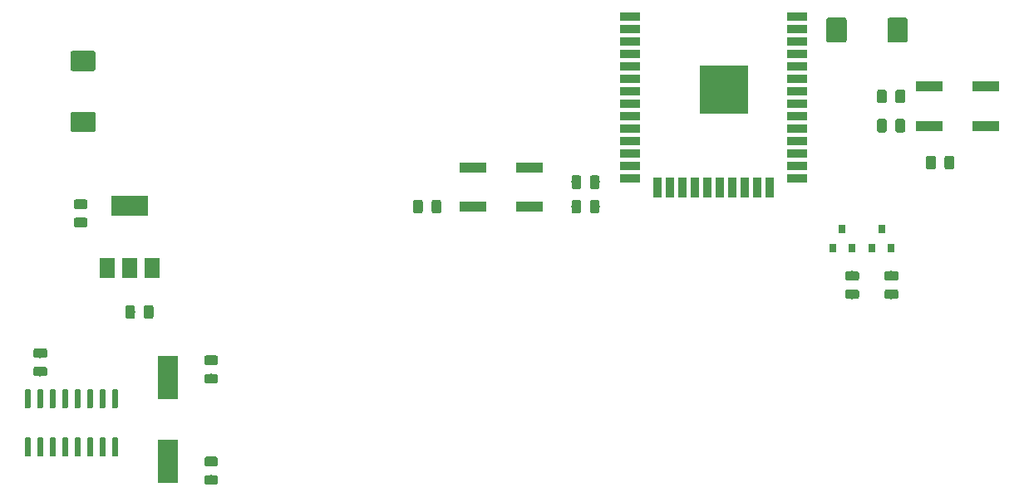
<source format=gbr>
G04 #@! TF.GenerationSoftware,KiCad,Pcbnew,5.1.2-f72e74a~84~ubuntu18.04.1*
G04 #@! TF.CreationDate,2019-08-20T01:18:15+05:30*
G04 #@! TF.ProjectId,ESP32_MESSAGE_DISPLAY,45535033-325f-44d4-9553-534147455f44,1.0*
G04 #@! TF.SameCoordinates,Original*
G04 #@! TF.FileFunction,Paste,Bot*
G04 #@! TF.FilePolarity,Positive*
%FSLAX46Y46*%
G04 Gerber Fmt 4.6, Leading zero omitted, Abs format (unit mm)*
G04 Created by KiCad (PCBNEW 5.1.2-f72e74a~84~ubuntu18.04.1) date 2019-08-20 01:18:15*
%MOMM*%
%LPD*%
G04 APERTURE LIST*
%ADD10C,0.100000*%
%ADD11C,0.975000*%
%ADD12C,2.075000*%
%ADD13R,0.800000X0.900000*%
%ADD14R,2.750000X1.000000*%
%ADD15R,3.800000X2.000000*%
%ADD16R,1.500000X2.000000*%
%ADD17C,0.600000*%
%ADD18R,5.000000X5.000000*%
%ADD19R,2.000000X0.900000*%
%ADD20R,0.900000X2.000000*%
%ADD21R,2.000000X4.500000*%
G04 APERTURE END LIST*
D10*
G36*
X113280142Y-102651174D02*
G01*
X113303803Y-102654684D01*
X113327007Y-102660496D01*
X113349529Y-102668554D01*
X113371153Y-102678782D01*
X113391670Y-102691079D01*
X113410883Y-102705329D01*
X113428607Y-102721393D01*
X113444671Y-102739117D01*
X113458921Y-102758330D01*
X113471218Y-102778847D01*
X113481446Y-102800471D01*
X113489504Y-102822993D01*
X113495316Y-102846197D01*
X113498826Y-102869858D01*
X113500000Y-102893750D01*
X113500000Y-103381250D01*
X113498826Y-103405142D01*
X113495316Y-103428803D01*
X113489504Y-103452007D01*
X113481446Y-103474529D01*
X113471218Y-103496153D01*
X113458921Y-103516670D01*
X113444671Y-103535883D01*
X113428607Y-103553607D01*
X113410883Y-103569671D01*
X113391670Y-103583921D01*
X113371153Y-103596218D01*
X113349529Y-103606446D01*
X113327007Y-103614504D01*
X113303803Y-103620316D01*
X113280142Y-103623826D01*
X113256250Y-103625000D01*
X112343750Y-103625000D01*
X112319858Y-103623826D01*
X112296197Y-103620316D01*
X112272993Y-103614504D01*
X112250471Y-103606446D01*
X112228847Y-103596218D01*
X112208330Y-103583921D01*
X112189117Y-103569671D01*
X112171393Y-103553607D01*
X112155329Y-103535883D01*
X112141079Y-103516670D01*
X112128782Y-103496153D01*
X112118554Y-103474529D01*
X112110496Y-103452007D01*
X112104684Y-103428803D01*
X112101174Y-103405142D01*
X112100000Y-103381250D01*
X112100000Y-102893750D01*
X112101174Y-102869858D01*
X112104684Y-102846197D01*
X112110496Y-102822993D01*
X112118554Y-102800471D01*
X112128782Y-102778847D01*
X112141079Y-102758330D01*
X112155329Y-102739117D01*
X112171393Y-102721393D01*
X112189117Y-102705329D01*
X112208330Y-102691079D01*
X112228847Y-102678782D01*
X112250471Y-102668554D01*
X112272993Y-102660496D01*
X112296197Y-102654684D01*
X112319858Y-102651174D01*
X112343750Y-102650000D01*
X113256250Y-102650000D01*
X113280142Y-102651174D01*
X113280142Y-102651174D01*
G37*
D11*
X112800000Y-103137500D03*
D10*
G36*
X113280142Y-100776174D02*
G01*
X113303803Y-100779684D01*
X113327007Y-100785496D01*
X113349529Y-100793554D01*
X113371153Y-100803782D01*
X113391670Y-100816079D01*
X113410883Y-100830329D01*
X113428607Y-100846393D01*
X113444671Y-100864117D01*
X113458921Y-100883330D01*
X113471218Y-100903847D01*
X113481446Y-100925471D01*
X113489504Y-100947993D01*
X113495316Y-100971197D01*
X113498826Y-100994858D01*
X113500000Y-101018750D01*
X113500000Y-101506250D01*
X113498826Y-101530142D01*
X113495316Y-101553803D01*
X113489504Y-101577007D01*
X113481446Y-101599529D01*
X113471218Y-101621153D01*
X113458921Y-101641670D01*
X113444671Y-101660883D01*
X113428607Y-101678607D01*
X113410883Y-101694671D01*
X113391670Y-101708921D01*
X113371153Y-101721218D01*
X113349529Y-101731446D01*
X113327007Y-101739504D01*
X113303803Y-101745316D01*
X113280142Y-101748826D01*
X113256250Y-101750000D01*
X112343750Y-101750000D01*
X112319858Y-101748826D01*
X112296197Y-101745316D01*
X112272993Y-101739504D01*
X112250471Y-101731446D01*
X112228847Y-101721218D01*
X112208330Y-101708921D01*
X112189117Y-101694671D01*
X112171393Y-101678607D01*
X112155329Y-101660883D01*
X112141079Y-101641670D01*
X112128782Y-101621153D01*
X112118554Y-101599529D01*
X112110496Y-101577007D01*
X112104684Y-101553803D01*
X112101174Y-101530142D01*
X112100000Y-101506250D01*
X112100000Y-101018750D01*
X112101174Y-100994858D01*
X112104684Y-100971197D01*
X112110496Y-100947993D01*
X112118554Y-100925471D01*
X112128782Y-100903847D01*
X112141079Y-100883330D01*
X112155329Y-100864117D01*
X112171393Y-100846393D01*
X112189117Y-100830329D01*
X112208330Y-100816079D01*
X112228847Y-100803782D01*
X112250471Y-100793554D01*
X112272993Y-100785496D01*
X112296197Y-100779684D01*
X112319858Y-100776174D01*
X112343750Y-100775000D01*
X113256250Y-100775000D01*
X113280142Y-100776174D01*
X113280142Y-100776174D01*
G37*
D11*
X112800000Y-101262500D03*
D10*
G36*
X99980142Y-76388674D02*
G01*
X100003803Y-76392184D01*
X100027007Y-76397996D01*
X100049529Y-76406054D01*
X100071153Y-76416282D01*
X100091670Y-76428579D01*
X100110883Y-76442829D01*
X100128607Y-76458893D01*
X100144671Y-76476617D01*
X100158921Y-76495830D01*
X100171218Y-76516347D01*
X100181446Y-76537971D01*
X100189504Y-76560493D01*
X100195316Y-76583697D01*
X100198826Y-76607358D01*
X100200000Y-76631250D01*
X100200000Y-77118750D01*
X100198826Y-77142642D01*
X100195316Y-77166303D01*
X100189504Y-77189507D01*
X100181446Y-77212029D01*
X100171218Y-77233653D01*
X100158921Y-77254170D01*
X100144671Y-77273383D01*
X100128607Y-77291107D01*
X100110883Y-77307171D01*
X100091670Y-77321421D01*
X100071153Y-77333718D01*
X100049529Y-77343946D01*
X100027007Y-77352004D01*
X100003803Y-77357816D01*
X99980142Y-77361326D01*
X99956250Y-77362500D01*
X99043750Y-77362500D01*
X99019858Y-77361326D01*
X98996197Y-77357816D01*
X98972993Y-77352004D01*
X98950471Y-77343946D01*
X98928847Y-77333718D01*
X98908330Y-77321421D01*
X98889117Y-77307171D01*
X98871393Y-77291107D01*
X98855329Y-77273383D01*
X98841079Y-77254170D01*
X98828782Y-77233653D01*
X98818554Y-77212029D01*
X98810496Y-77189507D01*
X98804684Y-77166303D01*
X98801174Y-77142642D01*
X98800000Y-77118750D01*
X98800000Y-76631250D01*
X98801174Y-76607358D01*
X98804684Y-76583697D01*
X98810496Y-76560493D01*
X98818554Y-76537971D01*
X98828782Y-76516347D01*
X98841079Y-76495830D01*
X98855329Y-76476617D01*
X98871393Y-76458893D01*
X98889117Y-76442829D01*
X98908330Y-76428579D01*
X98928847Y-76416282D01*
X98950471Y-76406054D01*
X98972993Y-76397996D01*
X98996197Y-76392184D01*
X99019858Y-76388674D01*
X99043750Y-76387500D01*
X99956250Y-76387500D01*
X99980142Y-76388674D01*
X99980142Y-76388674D01*
G37*
D11*
X99500000Y-76875000D03*
D10*
G36*
X99980142Y-74513674D02*
G01*
X100003803Y-74517184D01*
X100027007Y-74522996D01*
X100049529Y-74531054D01*
X100071153Y-74541282D01*
X100091670Y-74553579D01*
X100110883Y-74567829D01*
X100128607Y-74583893D01*
X100144671Y-74601617D01*
X100158921Y-74620830D01*
X100171218Y-74641347D01*
X100181446Y-74662971D01*
X100189504Y-74685493D01*
X100195316Y-74708697D01*
X100198826Y-74732358D01*
X100200000Y-74756250D01*
X100200000Y-75243750D01*
X100198826Y-75267642D01*
X100195316Y-75291303D01*
X100189504Y-75314507D01*
X100181446Y-75337029D01*
X100171218Y-75358653D01*
X100158921Y-75379170D01*
X100144671Y-75398383D01*
X100128607Y-75416107D01*
X100110883Y-75432171D01*
X100091670Y-75446421D01*
X100071153Y-75458718D01*
X100049529Y-75468946D01*
X100027007Y-75477004D01*
X100003803Y-75482816D01*
X99980142Y-75486326D01*
X99956250Y-75487500D01*
X99043750Y-75487500D01*
X99019858Y-75486326D01*
X98996197Y-75482816D01*
X98972993Y-75477004D01*
X98950471Y-75468946D01*
X98928847Y-75458718D01*
X98908330Y-75446421D01*
X98889117Y-75432171D01*
X98871393Y-75416107D01*
X98855329Y-75398383D01*
X98841079Y-75379170D01*
X98828782Y-75358653D01*
X98818554Y-75337029D01*
X98810496Y-75314507D01*
X98804684Y-75291303D01*
X98801174Y-75267642D01*
X98800000Y-75243750D01*
X98800000Y-74756250D01*
X98801174Y-74732358D01*
X98804684Y-74708697D01*
X98810496Y-74685493D01*
X98818554Y-74662971D01*
X98828782Y-74641347D01*
X98841079Y-74620830D01*
X98855329Y-74601617D01*
X98871393Y-74583893D01*
X98889117Y-74567829D01*
X98908330Y-74553579D01*
X98928847Y-74541282D01*
X98950471Y-74531054D01*
X98972993Y-74522996D01*
X98996197Y-74517184D01*
X99019858Y-74513674D01*
X99043750Y-74512500D01*
X99956250Y-74512500D01*
X99980142Y-74513674D01*
X99980142Y-74513674D01*
G37*
D11*
X99500000Y-75000000D03*
D10*
G36*
X113280142Y-92313674D02*
G01*
X113303803Y-92317184D01*
X113327007Y-92322996D01*
X113349529Y-92331054D01*
X113371153Y-92341282D01*
X113391670Y-92353579D01*
X113410883Y-92367829D01*
X113428607Y-92383893D01*
X113444671Y-92401617D01*
X113458921Y-92420830D01*
X113471218Y-92441347D01*
X113481446Y-92462971D01*
X113489504Y-92485493D01*
X113495316Y-92508697D01*
X113498826Y-92532358D01*
X113500000Y-92556250D01*
X113500000Y-93043750D01*
X113498826Y-93067642D01*
X113495316Y-93091303D01*
X113489504Y-93114507D01*
X113481446Y-93137029D01*
X113471218Y-93158653D01*
X113458921Y-93179170D01*
X113444671Y-93198383D01*
X113428607Y-93216107D01*
X113410883Y-93232171D01*
X113391670Y-93246421D01*
X113371153Y-93258718D01*
X113349529Y-93268946D01*
X113327007Y-93277004D01*
X113303803Y-93282816D01*
X113280142Y-93286326D01*
X113256250Y-93287500D01*
X112343750Y-93287500D01*
X112319858Y-93286326D01*
X112296197Y-93282816D01*
X112272993Y-93277004D01*
X112250471Y-93268946D01*
X112228847Y-93258718D01*
X112208330Y-93246421D01*
X112189117Y-93232171D01*
X112171393Y-93216107D01*
X112155329Y-93198383D01*
X112141079Y-93179170D01*
X112128782Y-93158653D01*
X112118554Y-93137029D01*
X112110496Y-93114507D01*
X112104684Y-93091303D01*
X112101174Y-93067642D01*
X112100000Y-93043750D01*
X112100000Y-92556250D01*
X112101174Y-92532358D01*
X112104684Y-92508697D01*
X112110496Y-92485493D01*
X112118554Y-92462971D01*
X112128782Y-92441347D01*
X112141079Y-92420830D01*
X112155329Y-92401617D01*
X112171393Y-92383893D01*
X112189117Y-92367829D01*
X112208330Y-92353579D01*
X112228847Y-92341282D01*
X112250471Y-92331054D01*
X112272993Y-92322996D01*
X112296197Y-92317184D01*
X112319858Y-92313674D01*
X112343750Y-92312500D01*
X113256250Y-92312500D01*
X113280142Y-92313674D01*
X113280142Y-92313674D01*
G37*
D11*
X112800000Y-92800000D03*
D10*
G36*
X113280142Y-90438674D02*
G01*
X113303803Y-90442184D01*
X113327007Y-90447996D01*
X113349529Y-90456054D01*
X113371153Y-90466282D01*
X113391670Y-90478579D01*
X113410883Y-90492829D01*
X113428607Y-90508893D01*
X113444671Y-90526617D01*
X113458921Y-90545830D01*
X113471218Y-90566347D01*
X113481446Y-90587971D01*
X113489504Y-90610493D01*
X113495316Y-90633697D01*
X113498826Y-90657358D01*
X113500000Y-90681250D01*
X113500000Y-91168750D01*
X113498826Y-91192642D01*
X113495316Y-91216303D01*
X113489504Y-91239507D01*
X113481446Y-91262029D01*
X113471218Y-91283653D01*
X113458921Y-91304170D01*
X113444671Y-91323383D01*
X113428607Y-91341107D01*
X113410883Y-91357171D01*
X113391670Y-91371421D01*
X113371153Y-91383718D01*
X113349529Y-91393946D01*
X113327007Y-91402004D01*
X113303803Y-91407816D01*
X113280142Y-91411326D01*
X113256250Y-91412500D01*
X112343750Y-91412500D01*
X112319858Y-91411326D01*
X112296197Y-91407816D01*
X112272993Y-91402004D01*
X112250471Y-91393946D01*
X112228847Y-91383718D01*
X112208330Y-91371421D01*
X112189117Y-91357171D01*
X112171393Y-91341107D01*
X112155329Y-91323383D01*
X112141079Y-91304170D01*
X112128782Y-91283653D01*
X112118554Y-91262029D01*
X112110496Y-91239507D01*
X112104684Y-91216303D01*
X112101174Y-91192642D01*
X112100000Y-91168750D01*
X112100000Y-90681250D01*
X112101174Y-90657358D01*
X112104684Y-90633697D01*
X112110496Y-90610493D01*
X112118554Y-90587971D01*
X112128782Y-90566347D01*
X112141079Y-90545830D01*
X112155329Y-90526617D01*
X112171393Y-90508893D01*
X112189117Y-90492829D01*
X112208330Y-90478579D01*
X112228847Y-90466282D01*
X112250471Y-90456054D01*
X112272993Y-90447996D01*
X112296197Y-90442184D01*
X112319858Y-90438674D01*
X112343750Y-90437500D01*
X113256250Y-90437500D01*
X113280142Y-90438674D01*
X113280142Y-90438674D01*
G37*
D11*
X112800000Y-90925000D03*
D10*
G36*
X106705142Y-85301174D02*
G01*
X106728803Y-85304684D01*
X106752007Y-85310496D01*
X106774529Y-85318554D01*
X106796153Y-85328782D01*
X106816670Y-85341079D01*
X106835883Y-85355329D01*
X106853607Y-85371393D01*
X106869671Y-85389117D01*
X106883921Y-85408330D01*
X106896218Y-85428847D01*
X106906446Y-85450471D01*
X106914504Y-85472993D01*
X106920316Y-85496197D01*
X106923826Y-85519858D01*
X106925000Y-85543750D01*
X106925000Y-86456250D01*
X106923826Y-86480142D01*
X106920316Y-86503803D01*
X106914504Y-86527007D01*
X106906446Y-86549529D01*
X106896218Y-86571153D01*
X106883921Y-86591670D01*
X106869671Y-86610883D01*
X106853607Y-86628607D01*
X106835883Y-86644671D01*
X106816670Y-86658921D01*
X106796153Y-86671218D01*
X106774529Y-86681446D01*
X106752007Y-86689504D01*
X106728803Y-86695316D01*
X106705142Y-86698826D01*
X106681250Y-86700000D01*
X106193750Y-86700000D01*
X106169858Y-86698826D01*
X106146197Y-86695316D01*
X106122993Y-86689504D01*
X106100471Y-86681446D01*
X106078847Y-86671218D01*
X106058330Y-86658921D01*
X106039117Y-86644671D01*
X106021393Y-86628607D01*
X106005329Y-86610883D01*
X105991079Y-86591670D01*
X105978782Y-86571153D01*
X105968554Y-86549529D01*
X105960496Y-86527007D01*
X105954684Y-86503803D01*
X105951174Y-86480142D01*
X105950000Y-86456250D01*
X105950000Y-85543750D01*
X105951174Y-85519858D01*
X105954684Y-85496197D01*
X105960496Y-85472993D01*
X105968554Y-85450471D01*
X105978782Y-85428847D01*
X105991079Y-85408330D01*
X106005329Y-85389117D01*
X106021393Y-85371393D01*
X106039117Y-85355329D01*
X106058330Y-85341079D01*
X106078847Y-85328782D01*
X106100471Y-85318554D01*
X106122993Y-85310496D01*
X106146197Y-85304684D01*
X106169858Y-85301174D01*
X106193750Y-85300000D01*
X106681250Y-85300000D01*
X106705142Y-85301174D01*
X106705142Y-85301174D01*
G37*
D11*
X106437500Y-86000000D03*
D10*
G36*
X104830142Y-85301174D02*
G01*
X104853803Y-85304684D01*
X104877007Y-85310496D01*
X104899529Y-85318554D01*
X104921153Y-85328782D01*
X104941670Y-85341079D01*
X104960883Y-85355329D01*
X104978607Y-85371393D01*
X104994671Y-85389117D01*
X105008921Y-85408330D01*
X105021218Y-85428847D01*
X105031446Y-85450471D01*
X105039504Y-85472993D01*
X105045316Y-85496197D01*
X105048826Y-85519858D01*
X105050000Y-85543750D01*
X105050000Y-86456250D01*
X105048826Y-86480142D01*
X105045316Y-86503803D01*
X105039504Y-86527007D01*
X105031446Y-86549529D01*
X105021218Y-86571153D01*
X105008921Y-86591670D01*
X104994671Y-86610883D01*
X104978607Y-86628607D01*
X104960883Y-86644671D01*
X104941670Y-86658921D01*
X104921153Y-86671218D01*
X104899529Y-86681446D01*
X104877007Y-86689504D01*
X104853803Y-86695316D01*
X104830142Y-86698826D01*
X104806250Y-86700000D01*
X104318750Y-86700000D01*
X104294858Y-86698826D01*
X104271197Y-86695316D01*
X104247993Y-86689504D01*
X104225471Y-86681446D01*
X104203847Y-86671218D01*
X104183330Y-86658921D01*
X104164117Y-86644671D01*
X104146393Y-86628607D01*
X104130329Y-86610883D01*
X104116079Y-86591670D01*
X104103782Y-86571153D01*
X104093554Y-86549529D01*
X104085496Y-86527007D01*
X104079684Y-86503803D01*
X104076174Y-86480142D01*
X104075000Y-86456250D01*
X104075000Y-85543750D01*
X104076174Y-85519858D01*
X104079684Y-85496197D01*
X104085496Y-85472993D01*
X104093554Y-85450471D01*
X104103782Y-85428847D01*
X104116079Y-85408330D01*
X104130329Y-85389117D01*
X104146393Y-85371393D01*
X104164117Y-85355329D01*
X104183330Y-85341079D01*
X104203847Y-85328782D01*
X104225471Y-85318554D01*
X104247993Y-85310496D01*
X104271197Y-85304684D01*
X104294858Y-85301174D01*
X104318750Y-85300000D01*
X104806250Y-85300000D01*
X104830142Y-85301174D01*
X104830142Y-85301174D01*
G37*
D11*
X104562500Y-86000000D03*
D10*
G36*
X183537004Y-55976204D02*
G01*
X183561273Y-55979804D01*
X183585071Y-55985765D01*
X183608171Y-55994030D01*
X183630349Y-56004520D01*
X183651393Y-56017133D01*
X183671098Y-56031747D01*
X183689277Y-56048223D01*
X183705753Y-56066402D01*
X183720367Y-56086107D01*
X183732980Y-56107151D01*
X183743470Y-56129329D01*
X183751735Y-56152429D01*
X183757696Y-56176227D01*
X183761296Y-56200496D01*
X183762500Y-56225000D01*
X183762500Y-58275000D01*
X183761296Y-58299504D01*
X183757696Y-58323773D01*
X183751735Y-58347571D01*
X183743470Y-58370671D01*
X183732980Y-58392849D01*
X183720367Y-58413893D01*
X183705753Y-58433598D01*
X183689277Y-58451777D01*
X183671098Y-58468253D01*
X183651393Y-58482867D01*
X183630349Y-58495480D01*
X183608171Y-58505970D01*
X183585071Y-58514235D01*
X183561273Y-58520196D01*
X183537004Y-58523796D01*
X183512500Y-58525000D01*
X181937500Y-58525000D01*
X181912996Y-58523796D01*
X181888727Y-58520196D01*
X181864929Y-58514235D01*
X181841829Y-58505970D01*
X181819651Y-58495480D01*
X181798607Y-58482867D01*
X181778902Y-58468253D01*
X181760723Y-58451777D01*
X181744247Y-58433598D01*
X181729633Y-58413893D01*
X181717020Y-58392849D01*
X181706530Y-58370671D01*
X181698265Y-58347571D01*
X181692304Y-58323773D01*
X181688704Y-58299504D01*
X181687500Y-58275000D01*
X181687500Y-56225000D01*
X181688704Y-56200496D01*
X181692304Y-56176227D01*
X181698265Y-56152429D01*
X181706530Y-56129329D01*
X181717020Y-56107151D01*
X181729633Y-56086107D01*
X181744247Y-56066402D01*
X181760723Y-56048223D01*
X181778902Y-56031747D01*
X181798607Y-56017133D01*
X181819651Y-56004520D01*
X181841829Y-55994030D01*
X181864929Y-55985765D01*
X181888727Y-55979804D01*
X181912996Y-55976204D01*
X181937500Y-55975000D01*
X183512500Y-55975000D01*
X183537004Y-55976204D01*
X183537004Y-55976204D01*
G37*
D12*
X182725000Y-57250000D03*
D10*
G36*
X177312004Y-55976204D02*
G01*
X177336273Y-55979804D01*
X177360071Y-55985765D01*
X177383171Y-55994030D01*
X177405349Y-56004520D01*
X177426393Y-56017133D01*
X177446098Y-56031747D01*
X177464277Y-56048223D01*
X177480753Y-56066402D01*
X177495367Y-56086107D01*
X177507980Y-56107151D01*
X177518470Y-56129329D01*
X177526735Y-56152429D01*
X177532696Y-56176227D01*
X177536296Y-56200496D01*
X177537500Y-56225000D01*
X177537500Y-58275000D01*
X177536296Y-58299504D01*
X177532696Y-58323773D01*
X177526735Y-58347571D01*
X177518470Y-58370671D01*
X177507980Y-58392849D01*
X177495367Y-58413893D01*
X177480753Y-58433598D01*
X177464277Y-58451777D01*
X177446098Y-58468253D01*
X177426393Y-58482867D01*
X177405349Y-58495480D01*
X177383171Y-58505970D01*
X177360071Y-58514235D01*
X177336273Y-58520196D01*
X177312004Y-58523796D01*
X177287500Y-58525000D01*
X175712500Y-58525000D01*
X175687996Y-58523796D01*
X175663727Y-58520196D01*
X175639929Y-58514235D01*
X175616829Y-58505970D01*
X175594651Y-58495480D01*
X175573607Y-58482867D01*
X175553902Y-58468253D01*
X175535723Y-58451777D01*
X175519247Y-58433598D01*
X175504633Y-58413893D01*
X175492020Y-58392849D01*
X175481530Y-58370671D01*
X175473265Y-58347571D01*
X175467304Y-58323773D01*
X175463704Y-58299504D01*
X175462500Y-58275000D01*
X175462500Y-56225000D01*
X175463704Y-56200496D01*
X175467304Y-56176227D01*
X175473265Y-56152429D01*
X175481530Y-56129329D01*
X175492020Y-56107151D01*
X175504633Y-56086107D01*
X175519247Y-56066402D01*
X175535723Y-56048223D01*
X175553902Y-56031747D01*
X175573607Y-56017133D01*
X175594651Y-56004520D01*
X175616829Y-55994030D01*
X175639929Y-55985765D01*
X175663727Y-55979804D01*
X175687996Y-55976204D01*
X175712500Y-55975000D01*
X177287500Y-55975000D01*
X177312004Y-55976204D01*
X177312004Y-55976204D01*
G37*
D12*
X176500000Y-57250000D03*
D10*
G36*
X134142642Y-74551174D02*
G01*
X134166303Y-74554684D01*
X134189507Y-74560496D01*
X134212029Y-74568554D01*
X134233653Y-74578782D01*
X134254170Y-74591079D01*
X134273383Y-74605329D01*
X134291107Y-74621393D01*
X134307171Y-74639117D01*
X134321421Y-74658330D01*
X134333718Y-74678847D01*
X134343946Y-74700471D01*
X134352004Y-74722993D01*
X134357816Y-74746197D01*
X134361326Y-74769858D01*
X134362500Y-74793750D01*
X134362500Y-75706250D01*
X134361326Y-75730142D01*
X134357816Y-75753803D01*
X134352004Y-75777007D01*
X134343946Y-75799529D01*
X134333718Y-75821153D01*
X134321421Y-75841670D01*
X134307171Y-75860883D01*
X134291107Y-75878607D01*
X134273383Y-75894671D01*
X134254170Y-75908921D01*
X134233653Y-75921218D01*
X134212029Y-75931446D01*
X134189507Y-75939504D01*
X134166303Y-75945316D01*
X134142642Y-75948826D01*
X134118750Y-75950000D01*
X133631250Y-75950000D01*
X133607358Y-75948826D01*
X133583697Y-75945316D01*
X133560493Y-75939504D01*
X133537971Y-75931446D01*
X133516347Y-75921218D01*
X133495830Y-75908921D01*
X133476617Y-75894671D01*
X133458893Y-75878607D01*
X133442829Y-75860883D01*
X133428579Y-75841670D01*
X133416282Y-75821153D01*
X133406054Y-75799529D01*
X133397996Y-75777007D01*
X133392184Y-75753803D01*
X133388674Y-75730142D01*
X133387500Y-75706250D01*
X133387500Y-74793750D01*
X133388674Y-74769858D01*
X133392184Y-74746197D01*
X133397996Y-74722993D01*
X133406054Y-74700471D01*
X133416282Y-74678847D01*
X133428579Y-74658330D01*
X133442829Y-74639117D01*
X133458893Y-74621393D01*
X133476617Y-74605329D01*
X133495830Y-74591079D01*
X133516347Y-74578782D01*
X133537971Y-74568554D01*
X133560493Y-74560496D01*
X133583697Y-74554684D01*
X133607358Y-74551174D01*
X133631250Y-74550000D01*
X134118750Y-74550000D01*
X134142642Y-74551174D01*
X134142642Y-74551174D01*
G37*
D11*
X133875000Y-75250000D03*
D10*
G36*
X136017642Y-74551174D02*
G01*
X136041303Y-74554684D01*
X136064507Y-74560496D01*
X136087029Y-74568554D01*
X136108653Y-74578782D01*
X136129170Y-74591079D01*
X136148383Y-74605329D01*
X136166107Y-74621393D01*
X136182171Y-74639117D01*
X136196421Y-74658330D01*
X136208718Y-74678847D01*
X136218946Y-74700471D01*
X136227004Y-74722993D01*
X136232816Y-74746197D01*
X136236326Y-74769858D01*
X136237500Y-74793750D01*
X136237500Y-75706250D01*
X136236326Y-75730142D01*
X136232816Y-75753803D01*
X136227004Y-75777007D01*
X136218946Y-75799529D01*
X136208718Y-75821153D01*
X136196421Y-75841670D01*
X136182171Y-75860883D01*
X136166107Y-75878607D01*
X136148383Y-75894671D01*
X136129170Y-75908921D01*
X136108653Y-75921218D01*
X136087029Y-75931446D01*
X136064507Y-75939504D01*
X136041303Y-75945316D01*
X136017642Y-75948826D01*
X135993750Y-75950000D01*
X135506250Y-75950000D01*
X135482358Y-75948826D01*
X135458697Y-75945316D01*
X135435493Y-75939504D01*
X135412971Y-75931446D01*
X135391347Y-75921218D01*
X135370830Y-75908921D01*
X135351617Y-75894671D01*
X135333893Y-75878607D01*
X135317829Y-75860883D01*
X135303579Y-75841670D01*
X135291282Y-75821153D01*
X135281054Y-75799529D01*
X135272996Y-75777007D01*
X135267184Y-75753803D01*
X135263674Y-75730142D01*
X135262500Y-75706250D01*
X135262500Y-74793750D01*
X135263674Y-74769858D01*
X135267184Y-74746197D01*
X135272996Y-74722993D01*
X135281054Y-74700471D01*
X135291282Y-74678847D01*
X135303579Y-74658330D01*
X135317829Y-74639117D01*
X135333893Y-74621393D01*
X135351617Y-74605329D01*
X135370830Y-74591079D01*
X135391347Y-74578782D01*
X135412971Y-74568554D01*
X135435493Y-74560496D01*
X135458697Y-74554684D01*
X135482358Y-74551174D01*
X135506250Y-74550000D01*
X135993750Y-74550000D01*
X136017642Y-74551174D01*
X136017642Y-74551174D01*
G37*
D11*
X135750000Y-75250000D03*
D10*
G36*
X186392642Y-70051174D02*
G01*
X186416303Y-70054684D01*
X186439507Y-70060496D01*
X186462029Y-70068554D01*
X186483653Y-70078782D01*
X186504170Y-70091079D01*
X186523383Y-70105329D01*
X186541107Y-70121393D01*
X186557171Y-70139117D01*
X186571421Y-70158330D01*
X186583718Y-70178847D01*
X186593946Y-70200471D01*
X186602004Y-70222993D01*
X186607816Y-70246197D01*
X186611326Y-70269858D01*
X186612500Y-70293750D01*
X186612500Y-71206250D01*
X186611326Y-71230142D01*
X186607816Y-71253803D01*
X186602004Y-71277007D01*
X186593946Y-71299529D01*
X186583718Y-71321153D01*
X186571421Y-71341670D01*
X186557171Y-71360883D01*
X186541107Y-71378607D01*
X186523383Y-71394671D01*
X186504170Y-71408921D01*
X186483653Y-71421218D01*
X186462029Y-71431446D01*
X186439507Y-71439504D01*
X186416303Y-71445316D01*
X186392642Y-71448826D01*
X186368750Y-71450000D01*
X185881250Y-71450000D01*
X185857358Y-71448826D01*
X185833697Y-71445316D01*
X185810493Y-71439504D01*
X185787971Y-71431446D01*
X185766347Y-71421218D01*
X185745830Y-71408921D01*
X185726617Y-71394671D01*
X185708893Y-71378607D01*
X185692829Y-71360883D01*
X185678579Y-71341670D01*
X185666282Y-71321153D01*
X185656054Y-71299529D01*
X185647996Y-71277007D01*
X185642184Y-71253803D01*
X185638674Y-71230142D01*
X185637500Y-71206250D01*
X185637500Y-70293750D01*
X185638674Y-70269858D01*
X185642184Y-70246197D01*
X185647996Y-70222993D01*
X185656054Y-70200471D01*
X185666282Y-70178847D01*
X185678579Y-70158330D01*
X185692829Y-70139117D01*
X185708893Y-70121393D01*
X185726617Y-70105329D01*
X185745830Y-70091079D01*
X185766347Y-70078782D01*
X185787971Y-70068554D01*
X185810493Y-70060496D01*
X185833697Y-70054684D01*
X185857358Y-70051174D01*
X185881250Y-70050000D01*
X186368750Y-70050000D01*
X186392642Y-70051174D01*
X186392642Y-70051174D01*
G37*
D11*
X186125000Y-70750000D03*
D10*
G36*
X188267642Y-70051174D02*
G01*
X188291303Y-70054684D01*
X188314507Y-70060496D01*
X188337029Y-70068554D01*
X188358653Y-70078782D01*
X188379170Y-70091079D01*
X188398383Y-70105329D01*
X188416107Y-70121393D01*
X188432171Y-70139117D01*
X188446421Y-70158330D01*
X188458718Y-70178847D01*
X188468946Y-70200471D01*
X188477004Y-70222993D01*
X188482816Y-70246197D01*
X188486326Y-70269858D01*
X188487500Y-70293750D01*
X188487500Y-71206250D01*
X188486326Y-71230142D01*
X188482816Y-71253803D01*
X188477004Y-71277007D01*
X188468946Y-71299529D01*
X188458718Y-71321153D01*
X188446421Y-71341670D01*
X188432171Y-71360883D01*
X188416107Y-71378607D01*
X188398383Y-71394671D01*
X188379170Y-71408921D01*
X188358653Y-71421218D01*
X188337029Y-71431446D01*
X188314507Y-71439504D01*
X188291303Y-71445316D01*
X188267642Y-71448826D01*
X188243750Y-71450000D01*
X187756250Y-71450000D01*
X187732358Y-71448826D01*
X187708697Y-71445316D01*
X187685493Y-71439504D01*
X187662971Y-71431446D01*
X187641347Y-71421218D01*
X187620830Y-71408921D01*
X187601617Y-71394671D01*
X187583893Y-71378607D01*
X187567829Y-71360883D01*
X187553579Y-71341670D01*
X187541282Y-71321153D01*
X187531054Y-71299529D01*
X187522996Y-71277007D01*
X187517184Y-71253803D01*
X187513674Y-71230142D01*
X187512500Y-71206250D01*
X187512500Y-70293750D01*
X187513674Y-70269858D01*
X187517184Y-70246197D01*
X187522996Y-70222993D01*
X187531054Y-70200471D01*
X187541282Y-70178847D01*
X187553579Y-70158330D01*
X187567829Y-70139117D01*
X187583893Y-70121393D01*
X187601617Y-70105329D01*
X187620830Y-70091079D01*
X187641347Y-70078782D01*
X187662971Y-70068554D01*
X187685493Y-70060496D01*
X187708697Y-70054684D01*
X187732358Y-70051174D01*
X187756250Y-70050000D01*
X188243750Y-70050000D01*
X188267642Y-70051174D01*
X188267642Y-70051174D01*
G37*
D11*
X188000000Y-70750000D03*
D10*
G36*
X100799504Y-59351204D02*
G01*
X100823773Y-59354804D01*
X100847571Y-59360765D01*
X100870671Y-59369030D01*
X100892849Y-59379520D01*
X100913893Y-59392133D01*
X100933598Y-59406747D01*
X100951777Y-59423223D01*
X100968253Y-59441402D01*
X100982867Y-59461107D01*
X100995480Y-59482151D01*
X101005970Y-59504329D01*
X101014235Y-59527429D01*
X101020196Y-59551227D01*
X101023796Y-59575496D01*
X101025000Y-59600000D01*
X101025000Y-61175000D01*
X101023796Y-61199504D01*
X101020196Y-61223773D01*
X101014235Y-61247571D01*
X101005970Y-61270671D01*
X100995480Y-61292849D01*
X100982867Y-61313893D01*
X100968253Y-61333598D01*
X100951777Y-61351777D01*
X100933598Y-61368253D01*
X100913893Y-61382867D01*
X100892849Y-61395480D01*
X100870671Y-61405970D01*
X100847571Y-61414235D01*
X100823773Y-61420196D01*
X100799504Y-61423796D01*
X100775000Y-61425000D01*
X98725000Y-61425000D01*
X98700496Y-61423796D01*
X98676227Y-61420196D01*
X98652429Y-61414235D01*
X98629329Y-61405970D01*
X98607151Y-61395480D01*
X98586107Y-61382867D01*
X98566402Y-61368253D01*
X98548223Y-61351777D01*
X98531747Y-61333598D01*
X98517133Y-61313893D01*
X98504520Y-61292849D01*
X98494030Y-61270671D01*
X98485765Y-61247571D01*
X98479804Y-61223773D01*
X98476204Y-61199504D01*
X98475000Y-61175000D01*
X98475000Y-59600000D01*
X98476204Y-59575496D01*
X98479804Y-59551227D01*
X98485765Y-59527429D01*
X98494030Y-59504329D01*
X98504520Y-59482151D01*
X98517133Y-59461107D01*
X98531747Y-59441402D01*
X98548223Y-59423223D01*
X98566402Y-59406747D01*
X98586107Y-59392133D01*
X98607151Y-59379520D01*
X98629329Y-59369030D01*
X98652429Y-59360765D01*
X98676227Y-59354804D01*
X98700496Y-59351204D01*
X98725000Y-59350000D01*
X100775000Y-59350000D01*
X100799504Y-59351204D01*
X100799504Y-59351204D01*
G37*
D12*
X99750000Y-60387500D03*
D10*
G36*
X100799504Y-65576204D02*
G01*
X100823773Y-65579804D01*
X100847571Y-65585765D01*
X100870671Y-65594030D01*
X100892849Y-65604520D01*
X100913893Y-65617133D01*
X100933598Y-65631747D01*
X100951777Y-65648223D01*
X100968253Y-65666402D01*
X100982867Y-65686107D01*
X100995480Y-65707151D01*
X101005970Y-65729329D01*
X101014235Y-65752429D01*
X101020196Y-65776227D01*
X101023796Y-65800496D01*
X101025000Y-65825000D01*
X101025000Y-67400000D01*
X101023796Y-67424504D01*
X101020196Y-67448773D01*
X101014235Y-67472571D01*
X101005970Y-67495671D01*
X100995480Y-67517849D01*
X100982867Y-67538893D01*
X100968253Y-67558598D01*
X100951777Y-67576777D01*
X100933598Y-67593253D01*
X100913893Y-67607867D01*
X100892849Y-67620480D01*
X100870671Y-67630970D01*
X100847571Y-67639235D01*
X100823773Y-67645196D01*
X100799504Y-67648796D01*
X100775000Y-67650000D01*
X98725000Y-67650000D01*
X98700496Y-67648796D01*
X98676227Y-67645196D01*
X98652429Y-67639235D01*
X98629329Y-67630970D01*
X98607151Y-67620480D01*
X98586107Y-67607867D01*
X98566402Y-67593253D01*
X98548223Y-67576777D01*
X98531747Y-67558598D01*
X98517133Y-67538893D01*
X98504520Y-67517849D01*
X98494030Y-67495671D01*
X98485765Y-67472571D01*
X98479804Y-67448773D01*
X98476204Y-67424504D01*
X98475000Y-67400000D01*
X98475000Y-65825000D01*
X98476204Y-65800496D01*
X98479804Y-65776227D01*
X98485765Y-65752429D01*
X98494030Y-65729329D01*
X98504520Y-65707151D01*
X98517133Y-65686107D01*
X98531747Y-65666402D01*
X98548223Y-65648223D01*
X98566402Y-65631747D01*
X98586107Y-65617133D01*
X98607151Y-65604520D01*
X98629329Y-65594030D01*
X98652429Y-65585765D01*
X98676227Y-65579804D01*
X98700496Y-65576204D01*
X98725000Y-65575000D01*
X100775000Y-65575000D01*
X100799504Y-65576204D01*
X100799504Y-65576204D01*
G37*
D12*
X99750000Y-66612500D03*
D13*
X182050000Y-79500000D03*
X180150000Y-79500000D03*
X181100000Y-77500000D03*
X177100000Y-77500000D03*
X176150000Y-79500000D03*
X178050000Y-79500000D03*
D10*
G36*
X95880142Y-91588674D02*
G01*
X95903803Y-91592184D01*
X95927007Y-91597996D01*
X95949529Y-91606054D01*
X95971153Y-91616282D01*
X95991670Y-91628579D01*
X96010883Y-91642829D01*
X96028607Y-91658893D01*
X96044671Y-91676617D01*
X96058921Y-91695830D01*
X96071218Y-91716347D01*
X96081446Y-91737971D01*
X96089504Y-91760493D01*
X96095316Y-91783697D01*
X96098826Y-91807358D01*
X96100000Y-91831250D01*
X96100000Y-92318750D01*
X96098826Y-92342642D01*
X96095316Y-92366303D01*
X96089504Y-92389507D01*
X96081446Y-92412029D01*
X96071218Y-92433653D01*
X96058921Y-92454170D01*
X96044671Y-92473383D01*
X96028607Y-92491107D01*
X96010883Y-92507171D01*
X95991670Y-92521421D01*
X95971153Y-92533718D01*
X95949529Y-92543946D01*
X95927007Y-92552004D01*
X95903803Y-92557816D01*
X95880142Y-92561326D01*
X95856250Y-92562500D01*
X94943750Y-92562500D01*
X94919858Y-92561326D01*
X94896197Y-92557816D01*
X94872993Y-92552004D01*
X94850471Y-92543946D01*
X94828847Y-92533718D01*
X94808330Y-92521421D01*
X94789117Y-92507171D01*
X94771393Y-92491107D01*
X94755329Y-92473383D01*
X94741079Y-92454170D01*
X94728782Y-92433653D01*
X94718554Y-92412029D01*
X94710496Y-92389507D01*
X94704684Y-92366303D01*
X94701174Y-92342642D01*
X94700000Y-92318750D01*
X94700000Y-91831250D01*
X94701174Y-91807358D01*
X94704684Y-91783697D01*
X94710496Y-91760493D01*
X94718554Y-91737971D01*
X94728782Y-91716347D01*
X94741079Y-91695830D01*
X94755329Y-91676617D01*
X94771393Y-91658893D01*
X94789117Y-91642829D01*
X94808330Y-91628579D01*
X94828847Y-91616282D01*
X94850471Y-91606054D01*
X94872993Y-91597996D01*
X94896197Y-91592184D01*
X94919858Y-91588674D01*
X94943750Y-91587500D01*
X95856250Y-91587500D01*
X95880142Y-91588674D01*
X95880142Y-91588674D01*
G37*
D11*
X95400000Y-92075000D03*
D10*
G36*
X95880142Y-89713674D02*
G01*
X95903803Y-89717184D01*
X95927007Y-89722996D01*
X95949529Y-89731054D01*
X95971153Y-89741282D01*
X95991670Y-89753579D01*
X96010883Y-89767829D01*
X96028607Y-89783893D01*
X96044671Y-89801617D01*
X96058921Y-89820830D01*
X96071218Y-89841347D01*
X96081446Y-89862971D01*
X96089504Y-89885493D01*
X96095316Y-89908697D01*
X96098826Y-89932358D01*
X96100000Y-89956250D01*
X96100000Y-90443750D01*
X96098826Y-90467642D01*
X96095316Y-90491303D01*
X96089504Y-90514507D01*
X96081446Y-90537029D01*
X96071218Y-90558653D01*
X96058921Y-90579170D01*
X96044671Y-90598383D01*
X96028607Y-90616107D01*
X96010883Y-90632171D01*
X95991670Y-90646421D01*
X95971153Y-90658718D01*
X95949529Y-90668946D01*
X95927007Y-90677004D01*
X95903803Y-90682816D01*
X95880142Y-90686326D01*
X95856250Y-90687500D01*
X94943750Y-90687500D01*
X94919858Y-90686326D01*
X94896197Y-90682816D01*
X94872993Y-90677004D01*
X94850471Y-90668946D01*
X94828847Y-90658718D01*
X94808330Y-90646421D01*
X94789117Y-90632171D01*
X94771393Y-90616107D01*
X94755329Y-90598383D01*
X94741079Y-90579170D01*
X94728782Y-90558653D01*
X94718554Y-90537029D01*
X94710496Y-90514507D01*
X94704684Y-90491303D01*
X94701174Y-90467642D01*
X94700000Y-90443750D01*
X94700000Y-89956250D01*
X94701174Y-89932358D01*
X94704684Y-89908697D01*
X94710496Y-89885493D01*
X94718554Y-89862971D01*
X94728782Y-89841347D01*
X94741079Y-89820830D01*
X94755329Y-89801617D01*
X94771393Y-89783893D01*
X94789117Y-89767829D01*
X94808330Y-89753579D01*
X94828847Y-89741282D01*
X94850471Y-89731054D01*
X94872993Y-89722996D01*
X94896197Y-89717184D01*
X94919858Y-89713674D01*
X94943750Y-89712500D01*
X95856250Y-89712500D01*
X95880142Y-89713674D01*
X95880142Y-89713674D01*
G37*
D11*
X95400000Y-90200000D03*
D10*
G36*
X152142642Y-72051174D02*
G01*
X152166303Y-72054684D01*
X152189507Y-72060496D01*
X152212029Y-72068554D01*
X152233653Y-72078782D01*
X152254170Y-72091079D01*
X152273383Y-72105329D01*
X152291107Y-72121393D01*
X152307171Y-72139117D01*
X152321421Y-72158330D01*
X152333718Y-72178847D01*
X152343946Y-72200471D01*
X152352004Y-72222993D01*
X152357816Y-72246197D01*
X152361326Y-72269858D01*
X152362500Y-72293750D01*
X152362500Y-73206250D01*
X152361326Y-73230142D01*
X152357816Y-73253803D01*
X152352004Y-73277007D01*
X152343946Y-73299529D01*
X152333718Y-73321153D01*
X152321421Y-73341670D01*
X152307171Y-73360883D01*
X152291107Y-73378607D01*
X152273383Y-73394671D01*
X152254170Y-73408921D01*
X152233653Y-73421218D01*
X152212029Y-73431446D01*
X152189507Y-73439504D01*
X152166303Y-73445316D01*
X152142642Y-73448826D01*
X152118750Y-73450000D01*
X151631250Y-73450000D01*
X151607358Y-73448826D01*
X151583697Y-73445316D01*
X151560493Y-73439504D01*
X151537971Y-73431446D01*
X151516347Y-73421218D01*
X151495830Y-73408921D01*
X151476617Y-73394671D01*
X151458893Y-73378607D01*
X151442829Y-73360883D01*
X151428579Y-73341670D01*
X151416282Y-73321153D01*
X151406054Y-73299529D01*
X151397996Y-73277007D01*
X151392184Y-73253803D01*
X151388674Y-73230142D01*
X151387500Y-73206250D01*
X151387500Y-72293750D01*
X151388674Y-72269858D01*
X151392184Y-72246197D01*
X151397996Y-72222993D01*
X151406054Y-72200471D01*
X151416282Y-72178847D01*
X151428579Y-72158330D01*
X151442829Y-72139117D01*
X151458893Y-72121393D01*
X151476617Y-72105329D01*
X151495830Y-72091079D01*
X151516347Y-72078782D01*
X151537971Y-72068554D01*
X151560493Y-72060496D01*
X151583697Y-72054684D01*
X151607358Y-72051174D01*
X151631250Y-72050000D01*
X152118750Y-72050000D01*
X152142642Y-72051174D01*
X152142642Y-72051174D01*
G37*
D11*
X151875000Y-72750000D03*
D10*
G36*
X150267642Y-72051174D02*
G01*
X150291303Y-72054684D01*
X150314507Y-72060496D01*
X150337029Y-72068554D01*
X150358653Y-72078782D01*
X150379170Y-72091079D01*
X150398383Y-72105329D01*
X150416107Y-72121393D01*
X150432171Y-72139117D01*
X150446421Y-72158330D01*
X150458718Y-72178847D01*
X150468946Y-72200471D01*
X150477004Y-72222993D01*
X150482816Y-72246197D01*
X150486326Y-72269858D01*
X150487500Y-72293750D01*
X150487500Y-73206250D01*
X150486326Y-73230142D01*
X150482816Y-73253803D01*
X150477004Y-73277007D01*
X150468946Y-73299529D01*
X150458718Y-73321153D01*
X150446421Y-73341670D01*
X150432171Y-73360883D01*
X150416107Y-73378607D01*
X150398383Y-73394671D01*
X150379170Y-73408921D01*
X150358653Y-73421218D01*
X150337029Y-73431446D01*
X150314507Y-73439504D01*
X150291303Y-73445316D01*
X150267642Y-73448826D01*
X150243750Y-73450000D01*
X149756250Y-73450000D01*
X149732358Y-73448826D01*
X149708697Y-73445316D01*
X149685493Y-73439504D01*
X149662971Y-73431446D01*
X149641347Y-73421218D01*
X149620830Y-73408921D01*
X149601617Y-73394671D01*
X149583893Y-73378607D01*
X149567829Y-73360883D01*
X149553579Y-73341670D01*
X149541282Y-73321153D01*
X149531054Y-73299529D01*
X149522996Y-73277007D01*
X149517184Y-73253803D01*
X149513674Y-73230142D01*
X149512500Y-73206250D01*
X149512500Y-72293750D01*
X149513674Y-72269858D01*
X149517184Y-72246197D01*
X149522996Y-72222993D01*
X149531054Y-72200471D01*
X149541282Y-72178847D01*
X149553579Y-72158330D01*
X149567829Y-72139117D01*
X149583893Y-72121393D01*
X149601617Y-72105329D01*
X149620830Y-72091079D01*
X149641347Y-72078782D01*
X149662971Y-72068554D01*
X149685493Y-72060496D01*
X149708697Y-72054684D01*
X149732358Y-72051174D01*
X149756250Y-72050000D01*
X150243750Y-72050000D01*
X150267642Y-72051174D01*
X150267642Y-72051174D01*
G37*
D11*
X150000000Y-72750000D03*
D10*
G36*
X150267642Y-74551174D02*
G01*
X150291303Y-74554684D01*
X150314507Y-74560496D01*
X150337029Y-74568554D01*
X150358653Y-74578782D01*
X150379170Y-74591079D01*
X150398383Y-74605329D01*
X150416107Y-74621393D01*
X150432171Y-74639117D01*
X150446421Y-74658330D01*
X150458718Y-74678847D01*
X150468946Y-74700471D01*
X150477004Y-74722993D01*
X150482816Y-74746197D01*
X150486326Y-74769858D01*
X150487500Y-74793750D01*
X150487500Y-75706250D01*
X150486326Y-75730142D01*
X150482816Y-75753803D01*
X150477004Y-75777007D01*
X150468946Y-75799529D01*
X150458718Y-75821153D01*
X150446421Y-75841670D01*
X150432171Y-75860883D01*
X150416107Y-75878607D01*
X150398383Y-75894671D01*
X150379170Y-75908921D01*
X150358653Y-75921218D01*
X150337029Y-75931446D01*
X150314507Y-75939504D01*
X150291303Y-75945316D01*
X150267642Y-75948826D01*
X150243750Y-75950000D01*
X149756250Y-75950000D01*
X149732358Y-75948826D01*
X149708697Y-75945316D01*
X149685493Y-75939504D01*
X149662971Y-75931446D01*
X149641347Y-75921218D01*
X149620830Y-75908921D01*
X149601617Y-75894671D01*
X149583893Y-75878607D01*
X149567829Y-75860883D01*
X149553579Y-75841670D01*
X149541282Y-75821153D01*
X149531054Y-75799529D01*
X149522996Y-75777007D01*
X149517184Y-75753803D01*
X149513674Y-75730142D01*
X149512500Y-75706250D01*
X149512500Y-74793750D01*
X149513674Y-74769858D01*
X149517184Y-74746197D01*
X149522996Y-74722993D01*
X149531054Y-74700471D01*
X149541282Y-74678847D01*
X149553579Y-74658330D01*
X149567829Y-74639117D01*
X149583893Y-74621393D01*
X149601617Y-74605329D01*
X149620830Y-74591079D01*
X149641347Y-74578782D01*
X149662971Y-74568554D01*
X149685493Y-74560496D01*
X149708697Y-74554684D01*
X149732358Y-74551174D01*
X149756250Y-74550000D01*
X150243750Y-74550000D01*
X150267642Y-74551174D01*
X150267642Y-74551174D01*
G37*
D11*
X150000000Y-75250000D03*
D10*
G36*
X152142642Y-74551174D02*
G01*
X152166303Y-74554684D01*
X152189507Y-74560496D01*
X152212029Y-74568554D01*
X152233653Y-74578782D01*
X152254170Y-74591079D01*
X152273383Y-74605329D01*
X152291107Y-74621393D01*
X152307171Y-74639117D01*
X152321421Y-74658330D01*
X152333718Y-74678847D01*
X152343946Y-74700471D01*
X152352004Y-74722993D01*
X152357816Y-74746197D01*
X152361326Y-74769858D01*
X152362500Y-74793750D01*
X152362500Y-75706250D01*
X152361326Y-75730142D01*
X152357816Y-75753803D01*
X152352004Y-75777007D01*
X152343946Y-75799529D01*
X152333718Y-75821153D01*
X152321421Y-75841670D01*
X152307171Y-75860883D01*
X152291107Y-75878607D01*
X152273383Y-75894671D01*
X152254170Y-75908921D01*
X152233653Y-75921218D01*
X152212029Y-75931446D01*
X152189507Y-75939504D01*
X152166303Y-75945316D01*
X152142642Y-75948826D01*
X152118750Y-75950000D01*
X151631250Y-75950000D01*
X151607358Y-75948826D01*
X151583697Y-75945316D01*
X151560493Y-75939504D01*
X151537971Y-75931446D01*
X151516347Y-75921218D01*
X151495830Y-75908921D01*
X151476617Y-75894671D01*
X151458893Y-75878607D01*
X151442829Y-75860883D01*
X151428579Y-75841670D01*
X151416282Y-75821153D01*
X151406054Y-75799529D01*
X151397996Y-75777007D01*
X151392184Y-75753803D01*
X151388674Y-75730142D01*
X151387500Y-75706250D01*
X151387500Y-74793750D01*
X151388674Y-74769858D01*
X151392184Y-74746197D01*
X151397996Y-74722993D01*
X151406054Y-74700471D01*
X151416282Y-74678847D01*
X151428579Y-74658330D01*
X151442829Y-74639117D01*
X151458893Y-74621393D01*
X151476617Y-74605329D01*
X151495830Y-74591079D01*
X151516347Y-74578782D01*
X151537971Y-74568554D01*
X151560493Y-74560496D01*
X151583697Y-74554684D01*
X151607358Y-74551174D01*
X151631250Y-74550000D01*
X152118750Y-74550000D01*
X152142642Y-74551174D01*
X152142642Y-74551174D01*
G37*
D11*
X151875000Y-75250000D03*
D10*
G36*
X182580142Y-81826174D02*
G01*
X182603803Y-81829684D01*
X182627007Y-81835496D01*
X182649529Y-81843554D01*
X182671153Y-81853782D01*
X182691670Y-81866079D01*
X182710883Y-81880329D01*
X182728607Y-81896393D01*
X182744671Y-81914117D01*
X182758921Y-81933330D01*
X182771218Y-81953847D01*
X182781446Y-81975471D01*
X182789504Y-81997993D01*
X182795316Y-82021197D01*
X182798826Y-82044858D01*
X182800000Y-82068750D01*
X182800000Y-82556250D01*
X182798826Y-82580142D01*
X182795316Y-82603803D01*
X182789504Y-82627007D01*
X182781446Y-82649529D01*
X182771218Y-82671153D01*
X182758921Y-82691670D01*
X182744671Y-82710883D01*
X182728607Y-82728607D01*
X182710883Y-82744671D01*
X182691670Y-82758921D01*
X182671153Y-82771218D01*
X182649529Y-82781446D01*
X182627007Y-82789504D01*
X182603803Y-82795316D01*
X182580142Y-82798826D01*
X182556250Y-82800000D01*
X181643750Y-82800000D01*
X181619858Y-82798826D01*
X181596197Y-82795316D01*
X181572993Y-82789504D01*
X181550471Y-82781446D01*
X181528847Y-82771218D01*
X181508330Y-82758921D01*
X181489117Y-82744671D01*
X181471393Y-82728607D01*
X181455329Y-82710883D01*
X181441079Y-82691670D01*
X181428782Y-82671153D01*
X181418554Y-82649529D01*
X181410496Y-82627007D01*
X181404684Y-82603803D01*
X181401174Y-82580142D01*
X181400000Y-82556250D01*
X181400000Y-82068750D01*
X181401174Y-82044858D01*
X181404684Y-82021197D01*
X181410496Y-81997993D01*
X181418554Y-81975471D01*
X181428782Y-81953847D01*
X181441079Y-81933330D01*
X181455329Y-81914117D01*
X181471393Y-81896393D01*
X181489117Y-81880329D01*
X181508330Y-81866079D01*
X181528847Y-81853782D01*
X181550471Y-81843554D01*
X181572993Y-81835496D01*
X181596197Y-81829684D01*
X181619858Y-81826174D01*
X181643750Y-81825000D01*
X182556250Y-81825000D01*
X182580142Y-81826174D01*
X182580142Y-81826174D01*
G37*
D11*
X182100000Y-82312500D03*
D10*
G36*
X182580142Y-83701174D02*
G01*
X182603803Y-83704684D01*
X182627007Y-83710496D01*
X182649529Y-83718554D01*
X182671153Y-83728782D01*
X182691670Y-83741079D01*
X182710883Y-83755329D01*
X182728607Y-83771393D01*
X182744671Y-83789117D01*
X182758921Y-83808330D01*
X182771218Y-83828847D01*
X182781446Y-83850471D01*
X182789504Y-83872993D01*
X182795316Y-83896197D01*
X182798826Y-83919858D01*
X182800000Y-83943750D01*
X182800000Y-84431250D01*
X182798826Y-84455142D01*
X182795316Y-84478803D01*
X182789504Y-84502007D01*
X182781446Y-84524529D01*
X182771218Y-84546153D01*
X182758921Y-84566670D01*
X182744671Y-84585883D01*
X182728607Y-84603607D01*
X182710883Y-84619671D01*
X182691670Y-84633921D01*
X182671153Y-84646218D01*
X182649529Y-84656446D01*
X182627007Y-84664504D01*
X182603803Y-84670316D01*
X182580142Y-84673826D01*
X182556250Y-84675000D01*
X181643750Y-84675000D01*
X181619858Y-84673826D01*
X181596197Y-84670316D01*
X181572993Y-84664504D01*
X181550471Y-84656446D01*
X181528847Y-84646218D01*
X181508330Y-84633921D01*
X181489117Y-84619671D01*
X181471393Y-84603607D01*
X181455329Y-84585883D01*
X181441079Y-84566670D01*
X181428782Y-84546153D01*
X181418554Y-84524529D01*
X181410496Y-84502007D01*
X181404684Y-84478803D01*
X181401174Y-84455142D01*
X181400000Y-84431250D01*
X181400000Y-83943750D01*
X181401174Y-83919858D01*
X181404684Y-83896197D01*
X181410496Y-83872993D01*
X181418554Y-83850471D01*
X181428782Y-83828847D01*
X181441079Y-83808330D01*
X181455329Y-83789117D01*
X181471393Y-83771393D01*
X181489117Y-83755329D01*
X181508330Y-83741079D01*
X181528847Y-83728782D01*
X181550471Y-83718554D01*
X181572993Y-83710496D01*
X181596197Y-83704684D01*
X181619858Y-83701174D01*
X181643750Y-83700000D01*
X182556250Y-83700000D01*
X182580142Y-83701174D01*
X182580142Y-83701174D01*
G37*
D11*
X182100000Y-84187500D03*
D10*
G36*
X178580142Y-83701174D02*
G01*
X178603803Y-83704684D01*
X178627007Y-83710496D01*
X178649529Y-83718554D01*
X178671153Y-83728782D01*
X178691670Y-83741079D01*
X178710883Y-83755329D01*
X178728607Y-83771393D01*
X178744671Y-83789117D01*
X178758921Y-83808330D01*
X178771218Y-83828847D01*
X178781446Y-83850471D01*
X178789504Y-83872993D01*
X178795316Y-83896197D01*
X178798826Y-83919858D01*
X178800000Y-83943750D01*
X178800000Y-84431250D01*
X178798826Y-84455142D01*
X178795316Y-84478803D01*
X178789504Y-84502007D01*
X178781446Y-84524529D01*
X178771218Y-84546153D01*
X178758921Y-84566670D01*
X178744671Y-84585883D01*
X178728607Y-84603607D01*
X178710883Y-84619671D01*
X178691670Y-84633921D01*
X178671153Y-84646218D01*
X178649529Y-84656446D01*
X178627007Y-84664504D01*
X178603803Y-84670316D01*
X178580142Y-84673826D01*
X178556250Y-84675000D01*
X177643750Y-84675000D01*
X177619858Y-84673826D01*
X177596197Y-84670316D01*
X177572993Y-84664504D01*
X177550471Y-84656446D01*
X177528847Y-84646218D01*
X177508330Y-84633921D01*
X177489117Y-84619671D01*
X177471393Y-84603607D01*
X177455329Y-84585883D01*
X177441079Y-84566670D01*
X177428782Y-84546153D01*
X177418554Y-84524529D01*
X177410496Y-84502007D01*
X177404684Y-84478803D01*
X177401174Y-84455142D01*
X177400000Y-84431250D01*
X177400000Y-83943750D01*
X177401174Y-83919858D01*
X177404684Y-83896197D01*
X177410496Y-83872993D01*
X177418554Y-83850471D01*
X177428782Y-83828847D01*
X177441079Y-83808330D01*
X177455329Y-83789117D01*
X177471393Y-83771393D01*
X177489117Y-83755329D01*
X177508330Y-83741079D01*
X177528847Y-83728782D01*
X177550471Y-83718554D01*
X177572993Y-83710496D01*
X177596197Y-83704684D01*
X177619858Y-83701174D01*
X177643750Y-83700000D01*
X178556250Y-83700000D01*
X178580142Y-83701174D01*
X178580142Y-83701174D01*
G37*
D11*
X178100000Y-84187500D03*
D10*
G36*
X178580142Y-81826174D02*
G01*
X178603803Y-81829684D01*
X178627007Y-81835496D01*
X178649529Y-81843554D01*
X178671153Y-81853782D01*
X178691670Y-81866079D01*
X178710883Y-81880329D01*
X178728607Y-81896393D01*
X178744671Y-81914117D01*
X178758921Y-81933330D01*
X178771218Y-81953847D01*
X178781446Y-81975471D01*
X178789504Y-81997993D01*
X178795316Y-82021197D01*
X178798826Y-82044858D01*
X178800000Y-82068750D01*
X178800000Y-82556250D01*
X178798826Y-82580142D01*
X178795316Y-82603803D01*
X178789504Y-82627007D01*
X178781446Y-82649529D01*
X178771218Y-82671153D01*
X178758921Y-82691670D01*
X178744671Y-82710883D01*
X178728607Y-82728607D01*
X178710883Y-82744671D01*
X178691670Y-82758921D01*
X178671153Y-82771218D01*
X178649529Y-82781446D01*
X178627007Y-82789504D01*
X178603803Y-82795316D01*
X178580142Y-82798826D01*
X178556250Y-82800000D01*
X177643750Y-82800000D01*
X177619858Y-82798826D01*
X177596197Y-82795316D01*
X177572993Y-82789504D01*
X177550471Y-82781446D01*
X177528847Y-82771218D01*
X177508330Y-82758921D01*
X177489117Y-82744671D01*
X177471393Y-82728607D01*
X177455329Y-82710883D01*
X177441079Y-82691670D01*
X177428782Y-82671153D01*
X177418554Y-82649529D01*
X177410496Y-82627007D01*
X177404684Y-82603803D01*
X177401174Y-82580142D01*
X177400000Y-82556250D01*
X177400000Y-82068750D01*
X177401174Y-82044858D01*
X177404684Y-82021197D01*
X177410496Y-81997993D01*
X177418554Y-81975471D01*
X177428782Y-81953847D01*
X177441079Y-81933330D01*
X177455329Y-81914117D01*
X177471393Y-81896393D01*
X177489117Y-81880329D01*
X177508330Y-81866079D01*
X177528847Y-81853782D01*
X177550471Y-81843554D01*
X177572993Y-81835496D01*
X177596197Y-81829684D01*
X177619858Y-81826174D01*
X177643750Y-81825000D01*
X178556250Y-81825000D01*
X178580142Y-81826174D01*
X178580142Y-81826174D01*
G37*
D11*
X178100000Y-82312500D03*
D10*
G36*
X183267642Y-63301174D02*
G01*
X183291303Y-63304684D01*
X183314507Y-63310496D01*
X183337029Y-63318554D01*
X183358653Y-63328782D01*
X183379170Y-63341079D01*
X183398383Y-63355329D01*
X183416107Y-63371393D01*
X183432171Y-63389117D01*
X183446421Y-63408330D01*
X183458718Y-63428847D01*
X183468946Y-63450471D01*
X183477004Y-63472993D01*
X183482816Y-63496197D01*
X183486326Y-63519858D01*
X183487500Y-63543750D01*
X183487500Y-64456250D01*
X183486326Y-64480142D01*
X183482816Y-64503803D01*
X183477004Y-64527007D01*
X183468946Y-64549529D01*
X183458718Y-64571153D01*
X183446421Y-64591670D01*
X183432171Y-64610883D01*
X183416107Y-64628607D01*
X183398383Y-64644671D01*
X183379170Y-64658921D01*
X183358653Y-64671218D01*
X183337029Y-64681446D01*
X183314507Y-64689504D01*
X183291303Y-64695316D01*
X183267642Y-64698826D01*
X183243750Y-64700000D01*
X182756250Y-64700000D01*
X182732358Y-64698826D01*
X182708697Y-64695316D01*
X182685493Y-64689504D01*
X182662971Y-64681446D01*
X182641347Y-64671218D01*
X182620830Y-64658921D01*
X182601617Y-64644671D01*
X182583893Y-64628607D01*
X182567829Y-64610883D01*
X182553579Y-64591670D01*
X182541282Y-64571153D01*
X182531054Y-64549529D01*
X182522996Y-64527007D01*
X182517184Y-64503803D01*
X182513674Y-64480142D01*
X182512500Y-64456250D01*
X182512500Y-63543750D01*
X182513674Y-63519858D01*
X182517184Y-63496197D01*
X182522996Y-63472993D01*
X182531054Y-63450471D01*
X182541282Y-63428847D01*
X182553579Y-63408330D01*
X182567829Y-63389117D01*
X182583893Y-63371393D01*
X182601617Y-63355329D01*
X182620830Y-63341079D01*
X182641347Y-63328782D01*
X182662971Y-63318554D01*
X182685493Y-63310496D01*
X182708697Y-63304684D01*
X182732358Y-63301174D01*
X182756250Y-63300000D01*
X183243750Y-63300000D01*
X183267642Y-63301174D01*
X183267642Y-63301174D01*
G37*
D11*
X183000000Y-64000000D03*
D10*
G36*
X181392642Y-63301174D02*
G01*
X181416303Y-63304684D01*
X181439507Y-63310496D01*
X181462029Y-63318554D01*
X181483653Y-63328782D01*
X181504170Y-63341079D01*
X181523383Y-63355329D01*
X181541107Y-63371393D01*
X181557171Y-63389117D01*
X181571421Y-63408330D01*
X181583718Y-63428847D01*
X181593946Y-63450471D01*
X181602004Y-63472993D01*
X181607816Y-63496197D01*
X181611326Y-63519858D01*
X181612500Y-63543750D01*
X181612500Y-64456250D01*
X181611326Y-64480142D01*
X181607816Y-64503803D01*
X181602004Y-64527007D01*
X181593946Y-64549529D01*
X181583718Y-64571153D01*
X181571421Y-64591670D01*
X181557171Y-64610883D01*
X181541107Y-64628607D01*
X181523383Y-64644671D01*
X181504170Y-64658921D01*
X181483653Y-64671218D01*
X181462029Y-64681446D01*
X181439507Y-64689504D01*
X181416303Y-64695316D01*
X181392642Y-64698826D01*
X181368750Y-64700000D01*
X180881250Y-64700000D01*
X180857358Y-64698826D01*
X180833697Y-64695316D01*
X180810493Y-64689504D01*
X180787971Y-64681446D01*
X180766347Y-64671218D01*
X180745830Y-64658921D01*
X180726617Y-64644671D01*
X180708893Y-64628607D01*
X180692829Y-64610883D01*
X180678579Y-64591670D01*
X180666282Y-64571153D01*
X180656054Y-64549529D01*
X180647996Y-64527007D01*
X180642184Y-64503803D01*
X180638674Y-64480142D01*
X180637500Y-64456250D01*
X180637500Y-63543750D01*
X180638674Y-63519858D01*
X180642184Y-63496197D01*
X180647996Y-63472993D01*
X180656054Y-63450471D01*
X180666282Y-63428847D01*
X180678579Y-63408330D01*
X180692829Y-63389117D01*
X180708893Y-63371393D01*
X180726617Y-63355329D01*
X180745830Y-63341079D01*
X180766347Y-63328782D01*
X180787971Y-63318554D01*
X180810493Y-63310496D01*
X180833697Y-63304684D01*
X180857358Y-63301174D01*
X180881250Y-63300000D01*
X181368750Y-63300000D01*
X181392642Y-63301174D01*
X181392642Y-63301174D01*
G37*
D11*
X181125000Y-64000000D03*
D10*
G36*
X181392642Y-66301174D02*
G01*
X181416303Y-66304684D01*
X181439507Y-66310496D01*
X181462029Y-66318554D01*
X181483653Y-66328782D01*
X181504170Y-66341079D01*
X181523383Y-66355329D01*
X181541107Y-66371393D01*
X181557171Y-66389117D01*
X181571421Y-66408330D01*
X181583718Y-66428847D01*
X181593946Y-66450471D01*
X181602004Y-66472993D01*
X181607816Y-66496197D01*
X181611326Y-66519858D01*
X181612500Y-66543750D01*
X181612500Y-67456250D01*
X181611326Y-67480142D01*
X181607816Y-67503803D01*
X181602004Y-67527007D01*
X181593946Y-67549529D01*
X181583718Y-67571153D01*
X181571421Y-67591670D01*
X181557171Y-67610883D01*
X181541107Y-67628607D01*
X181523383Y-67644671D01*
X181504170Y-67658921D01*
X181483653Y-67671218D01*
X181462029Y-67681446D01*
X181439507Y-67689504D01*
X181416303Y-67695316D01*
X181392642Y-67698826D01*
X181368750Y-67700000D01*
X180881250Y-67700000D01*
X180857358Y-67698826D01*
X180833697Y-67695316D01*
X180810493Y-67689504D01*
X180787971Y-67681446D01*
X180766347Y-67671218D01*
X180745830Y-67658921D01*
X180726617Y-67644671D01*
X180708893Y-67628607D01*
X180692829Y-67610883D01*
X180678579Y-67591670D01*
X180666282Y-67571153D01*
X180656054Y-67549529D01*
X180647996Y-67527007D01*
X180642184Y-67503803D01*
X180638674Y-67480142D01*
X180637500Y-67456250D01*
X180637500Y-66543750D01*
X180638674Y-66519858D01*
X180642184Y-66496197D01*
X180647996Y-66472993D01*
X180656054Y-66450471D01*
X180666282Y-66428847D01*
X180678579Y-66408330D01*
X180692829Y-66389117D01*
X180708893Y-66371393D01*
X180726617Y-66355329D01*
X180745830Y-66341079D01*
X180766347Y-66328782D01*
X180787971Y-66318554D01*
X180810493Y-66310496D01*
X180833697Y-66304684D01*
X180857358Y-66301174D01*
X180881250Y-66300000D01*
X181368750Y-66300000D01*
X181392642Y-66301174D01*
X181392642Y-66301174D01*
G37*
D11*
X181125000Y-67000000D03*
D10*
G36*
X183267642Y-66301174D02*
G01*
X183291303Y-66304684D01*
X183314507Y-66310496D01*
X183337029Y-66318554D01*
X183358653Y-66328782D01*
X183379170Y-66341079D01*
X183398383Y-66355329D01*
X183416107Y-66371393D01*
X183432171Y-66389117D01*
X183446421Y-66408330D01*
X183458718Y-66428847D01*
X183468946Y-66450471D01*
X183477004Y-66472993D01*
X183482816Y-66496197D01*
X183486326Y-66519858D01*
X183487500Y-66543750D01*
X183487500Y-67456250D01*
X183486326Y-67480142D01*
X183482816Y-67503803D01*
X183477004Y-67527007D01*
X183468946Y-67549529D01*
X183458718Y-67571153D01*
X183446421Y-67591670D01*
X183432171Y-67610883D01*
X183416107Y-67628607D01*
X183398383Y-67644671D01*
X183379170Y-67658921D01*
X183358653Y-67671218D01*
X183337029Y-67681446D01*
X183314507Y-67689504D01*
X183291303Y-67695316D01*
X183267642Y-67698826D01*
X183243750Y-67700000D01*
X182756250Y-67700000D01*
X182732358Y-67698826D01*
X182708697Y-67695316D01*
X182685493Y-67689504D01*
X182662971Y-67681446D01*
X182641347Y-67671218D01*
X182620830Y-67658921D01*
X182601617Y-67644671D01*
X182583893Y-67628607D01*
X182567829Y-67610883D01*
X182553579Y-67591670D01*
X182541282Y-67571153D01*
X182531054Y-67549529D01*
X182522996Y-67527007D01*
X182517184Y-67503803D01*
X182513674Y-67480142D01*
X182512500Y-67456250D01*
X182512500Y-66543750D01*
X182513674Y-66519858D01*
X182517184Y-66496197D01*
X182522996Y-66472993D01*
X182531054Y-66450471D01*
X182541282Y-66428847D01*
X182553579Y-66408330D01*
X182567829Y-66389117D01*
X182583893Y-66371393D01*
X182601617Y-66355329D01*
X182620830Y-66341079D01*
X182641347Y-66328782D01*
X182662971Y-66318554D01*
X182685493Y-66310496D01*
X182708697Y-66304684D01*
X182732358Y-66301174D01*
X182756250Y-66300000D01*
X183243750Y-66300000D01*
X183267642Y-66301174D01*
X183267642Y-66301174D01*
G37*
D11*
X183000000Y-67000000D03*
D14*
X139490000Y-75250000D03*
X145250000Y-75250000D03*
X145250000Y-71250000D03*
X139490000Y-71250000D03*
X185990000Y-63000000D03*
X191750000Y-63000000D03*
X191750000Y-67000000D03*
X185990000Y-67000000D03*
D15*
X104500000Y-75200000D03*
D16*
X104500000Y-81500000D03*
X102200000Y-81500000D03*
X106800000Y-81500000D03*
D10*
G36*
X94294703Y-93875722D02*
G01*
X94309264Y-93877882D01*
X94323543Y-93881459D01*
X94337403Y-93886418D01*
X94350710Y-93892712D01*
X94363336Y-93900280D01*
X94375159Y-93909048D01*
X94386066Y-93918934D01*
X94395952Y-93929841D01*
X94404720Y-93941664D01*
X94412288Y-93954290D01*
X94418582Y-93967597D01*
X94423541Y-93981457D01*
X94427118Y-93995736D01*
X94429278Y-94010297D01*
X94430000Y-94025000D01*
X94430000Y-95675000D01*
X94429278Y-95689703D01*
X94427118Y-95704264D01*
X94423541Y-95718543D01*
X94418582Y-95732403D01*
X94412288Y-95745710D01*
X94404720Y-95758336D01*
X94395952Y-95770159D01*
X94386066Y-95781066D01*
X94375159Y-95790952D01*
X94363336Y-95799720D01*
X94350710Y-95807288D01*
X94337403Y-95813582D01*
X94323543Y-95818541D01*
X94309264Y-95822118D01*
X94294703Y-95824278D01*
X94280000Y-95825000D01*
X93980000Y-95825000D01*
X93965297Y-95824278D01*
X93950736Y-95822118D01*
X93936457Y-95818541D01*
X93922597Y-95813582D01*
X93909290Y-95807288D01*
X93896664Y-95799720D01*
X93884841Y-95790952D01*
X93873934Y-95781066D01*
X93864048Y-95770159D01*
X93855280Y-95758336D01*
X93847712Y-95745710D01*
X93841418Y-95732403D01*
X93836459Y-95718543D01*
X93832882Y-95704264D01*
X93830722Y-95689703D01*
X93830000Y-95675000D01*
X93830000Y-94025000D01*
X93830722Y-94010297D01*
X93832882Y-93995736D01*
X93836459Y-93981457D01*
X93841418Y-93967597D01*
X93847712Y-93954290D01*
X93855280Y-93941664D01*
X93864048Y-93929841D01*
X93873934Y-93918934D01*
X93884841Y-93909048D01*
X93896664Y-93900280D01*
X93909290Y-93892712D01*
X93922597Y-93886418D01*
X93936457Y-93881459D01*
X93950736Y-93877882D01*
X93965297Y-93875722D01*
X93980000Y-93875000D01*
X94280000Y-93875000D01*
X94294703Y-93875722D01*
X94294703Y-93875722D01*
G37*
D17*
X94130000Y-94850000D03*
D10*
G36*
X95564703Y-93875722D02*
G01*
X95579264Y-93877882D01*
X95593543Y-93881459D01*
X95607403Y-93886418D01*
X95620710Y-93892712D01*
X95633336Y-93900280D01*
X95645159Y-93909048D01*
X95656066Y-93918934D01*
X95665952Y-93929841D01*
X95674720Y-93941664D01*
X95682288Y-93954290D01*
X95688582Y-93967597D01*
X95693541Y-93981457D01*
X95697118Y-93995736D01*
X95699278Y-94010297D01*
X95700000Y-94025000D01*
X95700000Y-95675000D01*
X95699278Y-95689703D01*
X95697118Y-95704264D01*
X95693541Y-95718543D01*
X95688582Y-95732403D01*
X95682288Y-95745710D01*
X95674720Y-95758336D01*
X95665952Y-95770159D01*
X95656066Y-95781066D01*
X95645159Y-95790952D01*
X95633336Y-95799720D01*
X95620710Y-95807288D01*
X95607403Y-95813582D01*
X95593543Y-95818541D01*
X95579264Y-95822118D01*
X95564703Y-95824278D01*
X95550000Y-95825000D01*
X95250000Y-95825000D01*
X95235297Y-95824278D01*
X95220736Y-95822118D01*
X95206457Y-95818541D01*
X95192597Y-95813582D01*
X95179290Y-95807288D01*
X95166664Y-95799720D01*
X95154841Y-95790952D01*
X95143934Y-95781066D01*
X95134048Y-95770159D01*
X95125280Y-95758336D01*
X95117712Y-95745710D01*
X95111418Y-95732403D01*
X95106459Y-95718543D01*
X95102882Y-95704264D01*
X95100722Y-95689703D01*
X95100000Y-95675000D01*
X95100000Y-94025000D01*
X95100722Y-94010297D01*
X95102882Y-93995736D01*
X95106459Y-93981457D01*
X95111418Y-93967597D01*
X95117712Y-93954290D01*
X95125280Y-93941664D01*
X95134048Y-93929841D01*
X95143934Y-93918934D01*
X95154841Y-93909048D01*
X95166664Y-93900280D01*
X95179290Y-93892712D01*
X95192597Y-93886418D01*
X95206457Y-93881459D01*
X95220736Y-93877882D01*
X95235297Y-93875722D01*
X95250000Y-93875000D01*
X95550000Y-93875000D01*
X95564703Y-93875722D01*
X95564703Y-93875722D01*
G37*
D17*
X95400000Y-94850000D03*
D10*
G36*
X96834703Y-93875722D02*
G01*
X96849264Y-93877882D01*
X96863543Y-93881459D01*
X96877403Y-93886418D01*
X96890710Y-93892712D01*
X96903336Y-93900280D01*
X96915159Y-93909048D01*
X96926066Y-93918934D01*
X96935952Y-93929841D01*
X96944720Y-93941664D01*
X96952288Y-93954290D01*
X96958582Y-93967597D01*
X96963541Y-93981457D01*
X96967118Y-93995736D01*
X96969278Y-94010297D01*
X96970000Y-94025000D01*
X96970000Y-95675000D01*
X96969278Y-95689703D01*
X96967118Y-95704264D01*
X96963541Y-95718543D01*
X96958582Y-95732403D01*
X96952288Y-95745710D01*
X96944720Y-95758336D01*
X96935952Y-95770159D01*
X96926066Y-95781066D01*
X96915159Y-95790952D01*
X96903336Y-95799720D01*
X96890710Y-95807288D01*
X96877403Y-95813582D01*
X96863543Y-95818541D01*
X96849264Y-95822118D01*
X96834703Y-95824278D01*
X96820000Y-95825000D01*
X96520000Y-95825000D01*
X96505297Y-95824278D01*
X96490736Y-95822118D01*
X96476457Y-95818541D01*
X96462597Y-95813582D01*
X96449290Y-95807288D01*
X96436664Y-95799720D01*
X96424841Y-95790952D01*
X96413934Y-95781066D01*
X96404048Y-95770159D01*
X96395280Y-95758336D01*
X96387712Y-95745710D01*
X96381418Y-95732403D01*
X96376459Y-95718543D01*
X96372882Y-95704264D01*
X96370722Y-95689703D01*
X96370000Y-95675000D01*
X96370000Y-94025000D01*
X96370722Y-94010297D01*
X96372882Y-93995736D01*
X96376459Y-93981457D01*
X96381418Y-93967597D01*
X96387712Y-93954290D01*
X96395280Y-93941664D01*
X96404048Y-93929841D01*
X96413934Y-93918934D01*
X96424841Y-93909048D01*
X96436664Y-93900280D01*
X96449290Y-93892712D01*
X96462597Y-93886418D01*
X96476457Y-93881459D01*
X96490736Y-93877882D01*
X96505297Y-93875722D01*
X96520000Y-93875000D01*
X96820000Y-93875000D01*
X96834703Y-93875722D01*
X96834703Y-93875722D01*
G37*
D17*
X96670000Y-94850000D03*
D10*
G36*
X98104703Y-93875722D02*
G01*
X98119264Y-93877882D01*
X98133543Y-93881459D01*
X98147403Y-93886418D01*
X98160710Y-93892712D01*
X98173336Y-93900280D01*
X98185159Y-93909048D01*
X98196066Y-93918934D01*
X98205952Y-93929841D01*
X98214720Y-93941664D01*
X98222288Y-93954290D01*
X98228582Y-93967597D01*
X98233541Y-93981457D01*
X98237118Y-93995736D01*
X98239278Y-94010297D01*
X98240000Y-94025000D01*
X98240000Y-95675000D01*
X98239278Y-95689703D01*
X98237118Y-95704264D01*
X98233541Y-95718543D01*
X98228582Y-95732403D01*
X98222288Y-95745710D01*
X98214720Y-95758336D01*
X98205952Y-95770159D01*
X98196066Y-95781066D01*
X98185159Y-95790952D01*
X98173336Y-95799720D01*
X98160710Y-95807288D01*
X98147403Y-95813582D01*
X98133543Y-95818541D01*
X98119264Y-95822118D01*
X98104703Y-95824278D01*
X98090000Y-95825000D01*
X97790000Y-95825000D01*
X97775297Y-95824278D01*
X97760736Y-95822118D01*
X97746457Y-95818541D01*
X97732597Y-95813582D01*
X97719290Y-95807288D01*
X97706664Y-95799720D01*
X97694841Y-95790952D01*
X97683934Y-95781066D01*
X97674048Y-95770159D01*
X97665280Y-95758336D01*
X97657712Y-95745710D01*
X97651418Y-95732403D01*
X97646459Y-95718543D01*
X97642882Y-95704264D01*
X97640722Y-95689703D01*
X97640000Y-95675000D01*
X97640000Y-94025000D01*
X97640722Y-94010297D01*
X97642882Y-93995736D01*
X97646459Y-93981457D01*
X97651418Y-93967597D01*
X97657712Y-93954290D01*
X97665280Y-93941664D01*
X97674048Y-93929841D01*
X97683934Y-93918934D01*
X97694841Y-93909048D01*
X97706664Y-93900280D01*
X97719290Y-93892712D01*
X97732597Y-93886418D01*
X97746457Y-93881459D01*
X97760736Y-93877882D01*
X97775297Y-93875722D01*
X97790000Y-93875000D01*
X98090000Y-93875000D01*
X98104703Y-93875722D01*
X98104703Y-93875722D01*
G37*
D17*
X97940000Y-94850000D03*
D10*
G36*
X99374703Y-93875722D02*
G01*
X99389264Y-93877882D01*
X99403543Y-93881459D01*
X99417403Y-93886418D01*
X99430710Y-93892712D01*
X99443336Y-93900280D01*
X99455159Y-93909048D01*
X99466066Y-93918934D01*
X99475952Y-93929841D01*
X99484720Y-93941664D01*
X99492288Y-93954290D01*
X99498582Y-93967597D01*
X99503541Y-93981457D01*
X99507118Y-93995736D01*
X99509278Y-94010297D01*
X99510000Y-94025000D01*
X99510000Y-95675000D01*
X99509278Y-95689703D01*
X99507118Y-95704264D01*
X99503541Y-95718543D01*
X99498582Y-95732403D01*
X99492288Y-95745710D01*
X99484720Y-95758336D01*
X99475952Y-95770159D01*
X99466066Y-95781066D01*
X99455159Y-95790952D01*
X99443336Y-95799720D01*
X99430710Y-95807288D01*
X99417403Y-95813582D01*
X99403543Y-95818541D01*
X99389264Y-95822118D01*
X99374703Y-95824278D01*
X99360000Y-95825000D01*
X99060000Y-95825000D01*
X99045297Y-95824278D01*
X99030736Y-95822118D01*
X99016457Y-95818541D01*
X99002597Y-95813582D01*
X98989290Y-95807288D01*
X98976664Y-95799720D01*
X98964841Y-95790952D01*
X98953934Y-95781066D01*
X98944048Y-95770159D01*
X98935280Y-95758336D01*
X98927712Y-95745710D01*
X98921418Y-95732403D01*
X98916459Y-95718543D01*
X98912882Y-95704264D01*
X98910722Y-95689703D01*
X98910000Y-95675000D01*
X98910000Y-94025000D01*
X98910722Y-94010297D01*
X98912882Y-93995736D01*
X98916459Y-93981457D01*
X98921418Y-93967597D01*
X98927712Y-93954290D01*
X98935280Y-93941664D01*
X98944048Y-93929841D01*
X98953934Y-93918934D01*
X98964841Y-93909048D01*
X98976664Y-93900280D01*
X98989290Y-93892712D01*
X99002597Y-93886418D01*
X99016457Y-93881459D01*
X99030736Y-93877882D01*
X99045297Y-93875722D01*
X99060000Y-93875000D01*
X99360000Y-93875000D01*
X99374703Y-93875722D01*
X99374703Y-93875722D01*
G37*
D17*
X99210000Y-94850000D03*
D10*
G36*
X100644703Y-93875722D02*
G01*
X100659264Y-93877882D01*
X100673543Y-93881459D01*
X100687403Y-93886418D01*
X100700710Y-93892712D01*
X100713336Y-93900280D01*
X100725159Y-93909048D01*
X100736066Y-93918934D01*
X100745952Y-93929841D01*
X100754720Y-93941664D01*
X100762288Y-93954290D01*
X100768582Y-93967597D01*
X100773541Y-93981457D01*
X100777118Y-93995736D01*
X100779278Y-94010297D01*
X100780000Y-94025000D01*
X100780000Y-95675000D01*
X100779278Y-95689703D01*
X100777118Y-95704264D01*
X100773541Y-95718543D01*
X100768582Y-95732403D01*
X100762288Y-95745710D01*
X100754720Y-95758336D01*
X100745952Y-95770159D01*
X100736066Y-95781066D01*
X100725159Y-95790952D01*
X100713336Y-95799720D01*
X100700710Y-95807288D01*
X100687403Y-95813582D01*
X100673543Y-95818541D01*
X100659264Y-95822118D01*
X100644703Y-95824278D01*
X100630000Y-95825000D01*
X100330000Y-95825000D01*
X100315297Y-95824278D01*
X100300736Y-95822118D01*
X100286457Y-95818541D01*
X100272597Y-95813582D01*
X100259290Y-95807288D01*
X100246664Y-95799720D01*
X100234841Y-95790952D01*
X100223934Y-95781066D01*
X100214048Y-95770159D01*
X100205280Y-95758336D01*
X100197712Y-95745710D01*
X100191418Y-95732403D01*
X100186459Y-95718543D01*
X100182882Y-95704264D01*
X100180722Y-95689703D01*
X100180000Y-95675000D01*
X100180000Y-94025000D01*
X100180722Y-94010297D01*
X100182882Y-93995736D01*
X100186459Y-93981457D01*
X100191418Y-93967597D01*
X100197712Y-93954290D01*
X100205280Y-93941664D01*
X100214048Y-93929841D01*
X100223934Y-93918934D01*
X100234841Y-93909048D01*
X100246664Y-93900280D01*
X100259290Y-93892712D01*
X100272597Y-93886418D01*
X100286457Y-93881459D01*
X100300736Y-93877882D01*
X100315297Y-93875722D01*
X100330000Y-93875000D01*
X100630000Y-93875000D01*
X100644703Y-93875722D01*
X100644703Y-93875722D01*
G37*
D17*
X100480000Y-94850000D03*
D10*
G36*
X101914703Y-93875722D02*
G01*
X101929264Y-93877882D01*
X101943543Y-93881459D01*
X101957403Y-93886418D01*
X101970710Y-93892712D01*
X101983336Y-93900280D01*
X101995159Y-93909048D01*
X102006066Y-93918934D01*
X102015952Y-93929841D01*
X102024720Y-93941664D01*
X102032288Y-93954290D01*
X102038582Y-93967597D01*
X102043541Y-93981457D01*
X102047118Y-93995736D01*
X102049278Y-94010297D01*
X102050000Y-94025000D01*
X102050000Y-95675000D01*
X102049278Y-95689703D01*
X102047118Y-95704264D01*
X102043541Y-95718543D01*
X102038582Y-95732403D01*
X102032288Y-95745710D01*
X102024720Y-95758336D01*
X102015952Y-95770159D01*
X102006066Y-95781066D01*
X101995159Y-95790952D01*
X101983336Y-95799720D01*
X101970710Y-95807288D01*
X101957403Y-95813582D01*
X101943543Y-95818541D01*
X101929264Y-95822118D01*
X101914703Y-95824278D01*
X101900000Y-95825000D01*
X101600000Y-95825000D01*
X101585297Y-95824278D01*
X101570736Y-95822118D01*
X101556457Y-95818541D01*
X101542597Y-95813582D01*
X101529290Y-95807288D01*
X101516664Y-95799720D01*
X101504841Y-95790952D01*
X101493934Y-95781066D01*
X101484048Y-95770159D01*
X101475280Y-95758336D01*
X101467712Y-95745710D01*
X101461418Y-95732403D01*
X101456459Y-95718543D01*
X101452882Y-95704264D01*
X101450722Y-95689703D01*
X101450000Y-95675000D01*
X101450000Y-94025000D01*
X101450722Y-94010297D01*
X101452882Y-93995736D01*
X101456459Y-93981457D01*
X101461418Y-93967597D01*
X101467712Y-93954290D01*
X101475280Y-93941664D01*
X101484048Y-93929841D01*
X101493934Y-93918934D01*
X101504841Y-93909048D01*
X101516664Y-93900280D01*
X101529290Y-93892712D01*
X101542597Y-93886418D01*
X101556457Y-93881459D01*
X101570736Y-93877882D01*
X101585297Y-93875722D01*
X101600000Y-93875000D01*
X101900000Y-93875000D01*
X101914703Y-93875722D01*
X101914703Y-93875722D01*
G37*
D17*
X101750000Y-94850000D03*
D10*
G36*
X103184703Y-93875722D02*
G01*
X103199264Y-93877882D01*
X103213543Y-93881459D01*
X103227403Y-93886418D01*
X103240710Y-93892712D01*
X103253336Y-93900280D01*
X103265159Y-93909048D01*
X103276066Y-93918934D01*
X103285952Y-93929841D01*
X103294720Y-93941664D01*
X103302288Y-93954290D01*
X103308582Y-93967597D01*
X103313541Y-93981457D01*
X103317118Y-93995736D01*
X103319278Y-94010297D01*
X103320000Y-94025000D01*
X103320000Y-95675000D01*
X103319278Y-95689703D01*
X103317118Y-95704264D01*
X103313541Y-95718543D01*
X103308582Y-95732403D01*
X103302288Y-95745710D01*
X103294720Y-95758336D01*
X103285952Y-95770159D01*
X103276066Y-95781066D01*
X103265159Y-95790952D01*
X103253336Y-95799720D01*
X103240710Y-95807288D01*
X103227403Y-95813582D01*
X103213543Y-95818541D01*
X103199264Y-95822118D01*
X103184703Y-95824278D01*
X103170000Y-95825000D01*
X102870000Y-95825000D01*
X102855297Y-95824278D01*
X102840736Y-95822118D01*
X102826457Y-95818541D01*
X102812597Y-95813582D01*
X102799290Y-95807288D01*
X102786664Y-95799720D01*
X102774841Y-95790952D01*
X102763934Y-95781066D01*
X102754048Y-95770159D01*
X102745280Y-95758336D01*
X102737712Y-95745710D01*
X102731418Y-95732403D01*
X102726459Y-95718543D01*
X102722882Y-95704264D01*
X102720722Y-95689703D01*
X102720000Y-95675000D01*
X102720000Y-94025000D01*
X102720722Y-94010297D01*
X102722882Y-93995736D01*
X102726459Y-93981457D01*
X102731418Y-93967597D01*
X102737712Y-93954290D01*
X102745280Y-93941664D01*
X102754048Y-93929841D01*
X102763934Y-93918934D01*
X102774841Y-93909048D01*
X102786664Y-93900280D01*
X102799290Y-93892712D01*
X102812597Y-93886418D01*
X102826457Y-93881459D01*
X102840736Y-93877882D01*
X102855297Y-93875722D01*
X102870000Y-93875000D01*
X103170000Y-93875000D01*
X103184703Y-93875722D01*
X103184703Y-93875722D01*
G37*
D17*
X103020000Y-94850000D03*
D10*
G36*
X103184703Y-98825722D02*
G01*
X103199264Y-98827882D01*
X103213543Y-98831459D01*
X103227403Y-98836418D01*
X103240710Y-98842712D01*
X103253336Y-98850280D01*
X103265159Y-98859048D01*
X103276066Y-98868934D01*
X103285952Y-98879841D01*
X103294720Y-98891664D01*
X103302288Y-98904290D01*
X103308582Y-98917597D01*
X103313541Y-98931457D01*
X103317118Y-98945736D01*
X103319278Y-98960297D01*
X103320000Y-98975000D01*
X103320000Y-100625000D01*
X103319278Y-100639703D01*
X103317118Y-100654264D01*
X103313541Y-100668543D01*
X103308582Y-100682403D01*
X103302288Y-100695710D01*
X103294720Y-100708336D01*
X103285952Y-100720159D01*
X103276066Y-100731066D01*
X103265159Y-100740952D01*
X103253336Y-100749720D01*
X103240710Y-100757288D01*
X103227403Y-100763582D01*
X103213543Y-100768541D01*
X103199264Y-100772118D01*
X103184703Y-100774278D01*
X103170000Y-100775000D01*
X102870000Y-100775000D01*
X102855297Y-100774278D01*
X102840736Y-100772118D01*
X102826457Y-100768541D01*
X102812597Y-100763582D01*
X102799290Y-100757288D01*
X102786664Y-100749720D01*
X102774841Y-100740952D01*
X102763934Y-100731066D01*
X102754048Y-100720159D01*
X102745280Y-100708336D01*
X102737712Y-100695710D01*
X102731418Y-100682403D01*
X102726459Y-100668543D01*
X102722882Y-100654264D01*
X102720722Y-100639703D01*
X102720000Y-100625000D01*
X102720000Y-98975000D01*
X102720722Y-98960297D01*
X102722882Y-98945736D01*
X102726459Y-98931457D01*
X102731418Y-98917597D01*
X102737712Y-98904290D01*
X102745280Y-98891664D01*
X102754048Y-98879841D01*
X102763934Y-98868934D01*
X102774841Y-98859048D01*
X102786664Y-98850280D01*
X102799290Y-98842712D01*
X102812597Y-98836418D01*
X102826457Y-98831459D01*
X102840736Y-98827882D01*
X102855297Y-98825722D01*
X102870000Y-98825000D01*
X103170000Y-98825000D01*
X103184703Y-98825722D01*
X103184703Y-98825722D01*
G37*
D17*
X103020000Y-99800000D03*
D10*
G36*
X101914703Y-98825722D02*
G01*
X101929264Y-98827882D01*
X101943543Y-98831459D01*
X101957403Y-98836418D01*
X101970710Y-98842712D01*
X101983336Y-98850280D01*
X101995159Y-98859048D01*
X102006066Y-98868934D01*
X102015952Y-98879841D01*
X102024720Y-98891664D01*
X102032288Y-98904290D01*
X102038582Y-98917597D01*
X102043541Y-98931457D01*
X102047118Y-98945736D01*
X102049278Y-98960297D01*
X102050000Y-98975000D01*
X102050000Y-100625000D01*
X102049278Y-100639703D01*
X102047118Y-100654264D01*
X102043541Y-100668543D01*
X102038582Y-100682403D01*
X102032288Y-100695710D01*
X102024720Y-100708336D01*
X102015952Y-100720159D01*
X102006066Y-100731066D01*
X101995159Y-100740952D01*
X101983336Y-100749720D01*
X101970710Y-100757288D01*
X101957403Y-100763582D01*
X101943543Y-100768541D01*
X101929264Y-100772118D01*
X101914703Y-100774278D01*
X101900000Y-100775000D01*
X101600000Y-100775000D01*
X101585297Y-100774278D01*
X101570736Y-100772118D01*
X101556457Y-100768541D01*
X101542597Y-100763582D01*
X101529290Y-100757288D01*
X101516664Y-100749720D01*
X101504841Y-100740952D01*
X101493934Y-100731066D01*
X101484048Y-100720159D01*
X101475280Y-100708336D01*
X101467712Y-100695710D01*
X101461418Y-100682403D01*
X101456459Y-100668543D01*
X101452882Y-100654264D01*
X101450722Y-100639703D01*
X101450000Y-100625000D01*
X101450000Y-98975000D01*
X101450722Y-98960297D01*
X101452882Y-98945736D01*
X101456459Y-98931457D01*
X101461418Y-98917597D01*
X101467712Y-98904290D01*
X101475280Y-98891664D01*
X101484048Y-98879841D01*
X101493934Y-98868934D01*
X101504841Y-98859048D01*
X101516664Y-98850280D01*
X101529290Y-98842712D01*
X101542597Y-98836418D01*
X101556457Y-98831459D01*
X101570736Y-98827882D01*
X101585297Y-98825722D01*
X101600000Y-98825000D01*
X101900000Y-98825000D01*
X101914703Y-98825722D01*
X101914703Y-98825722D01*
G37*
D17*
X101750000Y-99800000D03*
D10*
G36*
X100644703Y-98825722D02*
G01*
X100659264Y-98827882D01*
X100673543Y-98831459D01*
X100687403Y-98836418D01*
X100700710Y-98842712D01*
X100713336Y-98850280D01*
X100725159Y-98859048D01*
X100736066Y-98868934D01*
X100745952Y-98879841D01*
X100754720Y-98891664D01*
X100762288Y-98904290D01*
X100768582Y-98917597D01*
X100773541Y-98931457D01*
X100777118Y-98945736D01*
X100779278Y-98960297D01*
X100780000Y-98975000D01*
X100780000Y-100625000D01*
X100779278Y-100639703D01*
X100777118Y-100654264D01*
X100773541Y-100668543D01*
X100768582Y-100682403D01*
X100762288Y-100695710D01*
X100754720Y-100708336D01*
X100745952Y-100720159D01*
X100736066Y-100731066D01*
X100725159Y-100740952D01*
X100713336Y-100749720D01*
X100700710Y-100757288D01*
X100687403Y-100763582D01*
X100673543Y-100768541D01*
X100659264Y-100772118D01*
X100644703Y-100774278D01*
X100630000Y-100775000D01*
X100330000Y-100775000D01*
X100315297Y-100774278D01*
X100300736Y-100772118D01*
X100286457Y-100768541D01*
X100272597Y-100763582D01*
X100259290Y-100757288D01*
X100246664Y-100749720D01*
X100234841Y-100740952D01*
X100223934Y-100731066D01*
X100214048Y-100720159D01*
X100205280Y-100708336D01*
X100197712Y-100695710D01*
X100191418Y-100682403D01*
X100186459Y-100668543D01*
X100182882Y-100654264D01*
X100180722Y-100639703D01*
X100180000Y-100625000D01*
X100180000Y-98975000D01*
X100180722Y-98960297D01*
X100182882Y-98945736D01*
X100186459Y-98931457D01*
X100191418Y-98917597D01*
X100197712Y-98904290D01*
X100205280Y-98891664D01*
X100214048Y-98879841D01*
X100223934Y-98868934D01*
X100234841Y-98859048D01*
X100246664Y-98850280D01*
X100259290Y-98842712D01*
X100272597Y-98836418D01*
X100286457Y-98831459D01*
X100300736Y-98827882D01*
X100315297Y-98825722D01*
X100330000Y-98825000D01*
X100630000Y-98825000D01*
X100644703Y-98825722D01*
X100644703Y-98825722D01*
G37*
D17*
X100480000Y-99800000D03*
D10*
G36*
X99374703Y-98825722D02*
G01*
X99389264Y-98827882D01*
X99403543Y-98831459D01*
X99417403Y-98836418D01*
X99430710Y-98842712D01*
X99443336Y-98850280D01*
X99455159Y-98859048D01*
X99466066Y-98868934D01*
X99475952Y-98879841D01*
X99484720Y-98891664D01*
X99492288Y-98904290D01*
X99498582Y-98917597D01*
X99503541Y-98931457D01*
X99507118Y-98945736D01*
X99509278Y-98960297D01*
X99510000Y-98975000D01*
X99510000Y-100625000D01*
X99509278Y-100639703D01*
X99507118Y-100654264D01*
X99503541Y-100668543D01*
X99498582Y-100682403D01*
X99492288Y-100695710D01*
X99484720Y-100708336D01*
X99475952Y-100720159D01*
X99466066Y-100731066D01*
X99455159Y-100740952D01*
X99443336Y-100749720D01*
X99430710Y-100757288D01*
X99417403Y-100763582D01*
X99403543Y-100768541D01*
X99389264Y-100772118D01*
X99374703Y-100774278D01*
X99360000Y-100775000D01*
X99060000Y-100775000D01*
X99045297Y-100774278D01*
X99030736Y-100772118D01*
X99016457Y-100768541D01*
X99002597Y-100763582D01*
X98989290Y-100757288D01*
X98976664Y-100749720D01*
X98964841Y-100740952D01*
X98953934Y-100731066D01*
X98944048Y-100720159D01*
X98935280Y-100708336D01*
X98927712Y-100695710D01*
X98921418Y-100682403D01*
X98916459Y-100668543D01*
X98912882Y-100654264D01*
X98910722Y-100639703D01*
X98910000Y-100625000D01*
X98910000Y-98975000D01*
X98910722Y-98960297D01*
X98912882Y-98945736D01*
X98916459Y-98931457D01*
X98921418Y-98917597D01*
X98927712Y-98904290D01*
X98935280Y-98891664D01*
X98944048Y-98879841D01*
X98953934Y-98868934D01*
X98964841Y-98859048D01*
X98976664Y-98850280D01*
X98989290Y-98842712D01*
X99002597Y-98836418D01*
X99016457Y-98831459D01*
X99030736Y-98827882D01*
X99045297Y-98825722D01*
X99060000Y-98825000D01*
X99360000Y-98825000D01*
X99374703Y-98825722D01*
X99374703Y-98825722D01*
G37*
D17*
X99210000Y-99800000D03*
D10*
G36*
X98104703Y-98825722D02*
G01*
X98119264Y-98827882D01*
X98133543Y-98831459D01*
X98147403Y-98836418D01*
X98160710Y-98842712D01*
X98173336Y-98850280D01*
X98185159Y-98859048D01*
X98196066Y-98868934D01*
X98205952Y-98879841D01*
X98214720Y-98891664D01*
X98222288Y-98904290D01*
X98228582Y-98917597D01*
X98233541Y-98931457D01*
X98237118Y-98945736D01*
X98239278Y-98960297D01*
X98240000Y-98975000D01*
X98240000Y-100625000D01*
X98239278Y-100639703D01*
X98237118Y-100654264D01*
X98233541Y-100668543D01*
X98228582Y-100682403D01*
X98222288Y-100695710D01*
X98214720Y-100708336D01*
X98205952Y-100720159D01*
X98196066Y-100731066D01*
X98185159Y-100740952D01*
X98173336Y-100749720D01*
X98160710Y-100757288D01*
X98147403Y-100763582D01*
X98133543Y-100768541D01*
X98119264Y-100772118D01*
X98104703Y-100774278D01*
X98090000Y-100775000D01*
X97790000Y-100775000D01*
X97775297Y-100774278D01*
X97760736Y-100772118D01*
X97746457Y-100768541D01*
X97732597Y-100763582D01*
X97719290Y-100757288D01*
X97706664Y-100749720D01*
X97694841Y-100740952D01*
X97683934Y-100731066D01*
X97674048Y-100720159D01*
X97665280Y-100708336D01*
X97657712Y-100695710D01*
X97651418Y-100682403D01*
X97646459Y-100668543D01*
X97642882Y-100654264D01*
X97640722Y-100639703D01*
X97640000Y-100625000D01*
X97640000Y-98975000D01*
X97640722Y-98960297D01*
X97642882Y-98945736D01*
X97646459Y-98931457D01*
X97651418Y-98917597D01*
X97657712Y-98904290D01*
X97665280Y-98891664D01*
X97674048Y-98879841D01*
X97683934Y-98868934D01*
X97694841Y-98859048D01*
X97706664Y-98850280D01*
X97719290Y-98842712D01*
X97732597Y-98836418D01*
X97746457Y-98831459D01*
X97760736Y-98827882D01*
X97775297Y-98825722D01*
X97790000Y-98825000D01*
X98090000Y-98825000D01*
X98104703Y-98825722D01*
X98104703Y-98825722D01*
G37*
D17*
X97940000Y-99800000D03*
D10*
G36*
X96834703Y-98825722D02*
G01*
X96849264Y-98827882D01*
X96863543Y-98831459D01*
X96877403Y-98836418D01*
X96890710Y-98842712D01*
X96903336Y-98850280D01*
X96915159Y-98859048D01*
X96926066Y-98868934D01*
X96935952Y-98879841D01*
X96944720Y-98891664D01*
X96952288Y-98904290D01*
X96958582Y-98917597D01*
X96963541Y-98931457D01*
X96967118Y-98945736D01*
X96969278Y-98960297D01*
X96970000Y-98975000D01*
X96970000Y-100625000D01*
X96969278Y-100639703D01*
X96967118Y-100654264D01*
X96963541Y-100668543D01*
X96958582Y-100682403D01*
X96952288Y-100695710D01*
X96944720Y-100708336D01*
X96935952Y-100720159D01*
X96926066Y-100731066D01*
X96915159Y-100740952D01*
X96903336Y-100749720D01*
X96890710Y-100757288D01*
X96877403Y-100763582D01*
X96863543Y-100768541D01*
X96849264Y-100772118D01*
X96834703Y-100774278D01*
X96820000Y-100775000D01*
X96520000Y-100775000D01*
X96505297Y-100774278D01*
X96490736Y-100772118D01*
X96476457Y-100768541D01*
X96462597Y-100763582D01*
X96449290Y-100757288D01*
X96436664Y-100749720D01*
X96424841Y-100740952D01*
X96413934Y-100731066D01*
X96404048Y-100720159D01*
X96395280Y-100708336D01*
X96387712Y-100695710D01*
X96381418Y-100682403D01*
X96376459Y-100668543D01*
X96372882Y-100654264D01*
X96370722Y-100639703D01*
X96370000Y-100625000D01*
X96370000Y-98975000D01*
X96370722Y-98960297D01*
X96372882Y-98945736D01*
X96376459Y-98931457D01*
X96381418Y-98917597D01*
X96387712Y-98904290D01*
X96395280Y-98891664D01*
X96404048Y-98879841D01*
X96413934Y-98868934D01*
X96424841Y-98859048D01*
X96436664Y-98850280D01*
X96449290Y-98842712D01*
X96462597Y-98836418D01*
X96476457Y-98831459D01*
X96490736Y-98827882D01*
X96505297Y-98825722D01*
X96520000Y-98825000D01*
X96820000Y-98825000D01*
X96834703Y-98825722D01*
X96834703Y-98825722D01*
G37*
D17*
X96670000Y-99800000D03*
D10*
G36*
X95564703Y-98825722D02*
G01*
X95579264Y-98827882D01*
X95593543Y-98831459D01*
X95607403Y-98836418D01*
X95620710Y-98842712D01*
X95633336Y-98850280D01*
X95645159Y-98859048D01*
X95656066Y-98868934D01*
X95665952Y-98879841D01*
X95674720Y-98891664D01*
X95682288Y-98904290D01*
X95688582Y-98917597D01*
X95693541Y-98931457D01*
X95697118Y-98945736D01*
X95699278Y-98960297D01*
X95700000Y-98975000D01*
X95700000Y-100625000D01*
X95699278Y-100639703D01*
X95697118Y-100654264D01*
X95693541Y-100668543D01*
X95688582Y-100682403D01*
X95682288Y-100695710D01*
X95674720Y-100708336D01*
X95665952Y-100720159D01*
X95656066Y-100731066D01*
X95645159Y-100740952D01*
X95633336Y-100749720D01*
X95620710Y-100757288D01*
X95607403Y-100763582D01*
X95593543Y-100768541D01*
X95579264Y-100772118D01*
X95564703Y-100774278D01*
X95550000Y-100775000D01*
X95250000Y-100775000D01*
X95235297Y-100774278D01*
X95220736Y-100772118D01*
X95206457Y-100768541D01*
X95192597Y-100763582D01*
X95179290Y-100757288D01*
X95166664Y-100749720D01*
X95154841Y-100740952D01*
X95143934Y-100731066D01*
X95134048Y-100720159D01*
X95125280Y-100708336D01*
X95117712Y-100695710D01*
X95111418Y-100682403D01*
X95106459Y-100668543D01*
X95102882Y-100654264D01*
X95100722Y-100639703D01*
X95100000Y-100625000D01*
X95100000Y-98975000D01*
X95100722Y-98960297D01*
X95102882Y-98945736D01*
X95106459Y-98931457D01*
X95111418Y-98917597D01*
X95117712Y-98904290D01*
X95125280Y-98891664D01*
X95134048Y-98879841D01*
X95143934Y-98868934D01*
X95154841Y-98859048D01*
X95166664Y-98850280D01*
X95179290Y-98842712D01*
X95192597Y-98836418D01*
X95206457Y-98831459D01*
X95220736Y-98827882D01*
X95235297Y-98825722D01*
X95250000Y-98825000D01*
X95550000Y-98825000D01*
X95564703Y-98825722D01*
X95564703Y-98825722D01*
G37*
D17*
X95400000Y-99800000D03*
D10*
G36*
X94294703Y-98825722D02*
G01*
X94309264Y-98827882D01*
X94323543Y-98831459D01*
X94337403Y-98836418D01*
X94350710Y-98842712D01*
X94363336Y-98850280D01*
X94375159Y-98859048D01*
X94386066Y-98868934D01*
X94395952Y-98879841D01*
X94404720Y-98891664D01*
X94412288Y-98904290D01*
X94418582Y-98917597D01*
X94423541Y-98931457D01*
X94427118Y-98945736D01*
X94429278Y-98960297D01*
X94430000Y-98975000D01*
X94430000Y-100625000D01*
X94429278Y-100639703D01*
X94427118Y-100654264D01*
X94423541Y-100668543D01*
X94418582Y-100682403D01*
X94412288Y-100695710D01*
X94404720Y-100708336D01*
X94395952Y-100720159D01*
X94386066Y-100731066D01*
X94375159Y-100740952D01*
X94363336Y-100749720D01*
X94350710Y-100757288D01*
X94337403Y-100763582D01*
X94323543Y-100768541D01*
X94309264Y-100772118D01*
X94294703Y-100774278D01*
X94280000Y-100775000D01*
X93980000Y-100775000D01*
X93965297Y-100774278D01*
X93950736Y-100772118D01*
X93936457Y-100768541D01*
X93922597Y-100763582D01*
X93909290Y-100757288D01*
X93896664Y-100749720D01*
X93884841Y-100740952D01*
X93873934Y-100731066D01*
X93864048Y-100720159D01*
X93855280Y-100708336D01*
X93847712Y-100695710D01*
X93841418Y-100682403D01*
X93836459Y-100668543D01*
X93832882Y-100654264D01*
X93830722Y-100639703D01*
X93830000Y-100625000D01*
X93830000Y-98975000D01*
X93830722Y-98960297D01*
X93832882Y-98945736D01*
X93836459Y-98931457D01*
X93841418Y-98917597D01*
X93847712Y-98904290D01*
X93855280Y-98891664D01*
X93864048Y-98879841D01*
X93873934Y-98868934D01*
X93884841Y-98859048D01*
X93896664Y-98850280D01*
X93909290Y-98842712D01*
X93922597Y-98836418D01*
X93936457Y-98831459D01*
X93950736Y-98827882D01*
X93965297Y-98825722D01*
X93980000Y-98825000D01*
X94280000Y-98825000D01*
X94294703Y-98825722D01*
X94294703Y-98825722D01*
G37*
D17*
X94130000Y-99800000D03*
D18*
X165000000Y-63330000D03*
D19*
X172500000Y-55830000D03*
X172500000Y-57100000D03*
X172500000Y-58370000D03*
X172500000Y-59640000D03*
X172500000Y-60910000D03*
X172500000Y-62180000D03*
X172500000Y-63450000D03*
X172500000Y-64720000D03*
X172500000Y-65990000D03*
X172500000Y-67260000D03*
X172500000Y-68530000D03*
X172500000Y-69800000D03*
X172500000Y-71070000D03*
X172500000Y-72340000D03*
D20*
X169715000Y-73340000D03*
X168445000Y-73340000D03*
X167175000Y-73340000D03*
X165905000Y-73340000D03*
X164635000Y-73340000D03*
X163365000Y-73340000D03*
X162095000Y-73340000D03*
X160825000Y-73340000D03*
X159555000Y-73340000D03*
X158285000Y-73340000D03*
D19*
X155500000Y-72340000D03*
X155500000Y-71070000D03*
X155500000Y-69800000D03*
X155500000Y-68530000D03*
X155500000Y-67260000D03*
X155500000Y-65990000D03*
X155500000Y-64720000D03*
X155500000Y-63450000D03*
X155500000Y-62180000D03*
X155500000Y-60910000D03*
X155500000Y-59640000D03*
X155500000Y-58370000D03*
X155500000Y-57100000D03*
X155500000Y-55830000D03*
D21*
X108400000Y-101200000D03*
X108400000Y-92700000D03*
M02*

</source>
